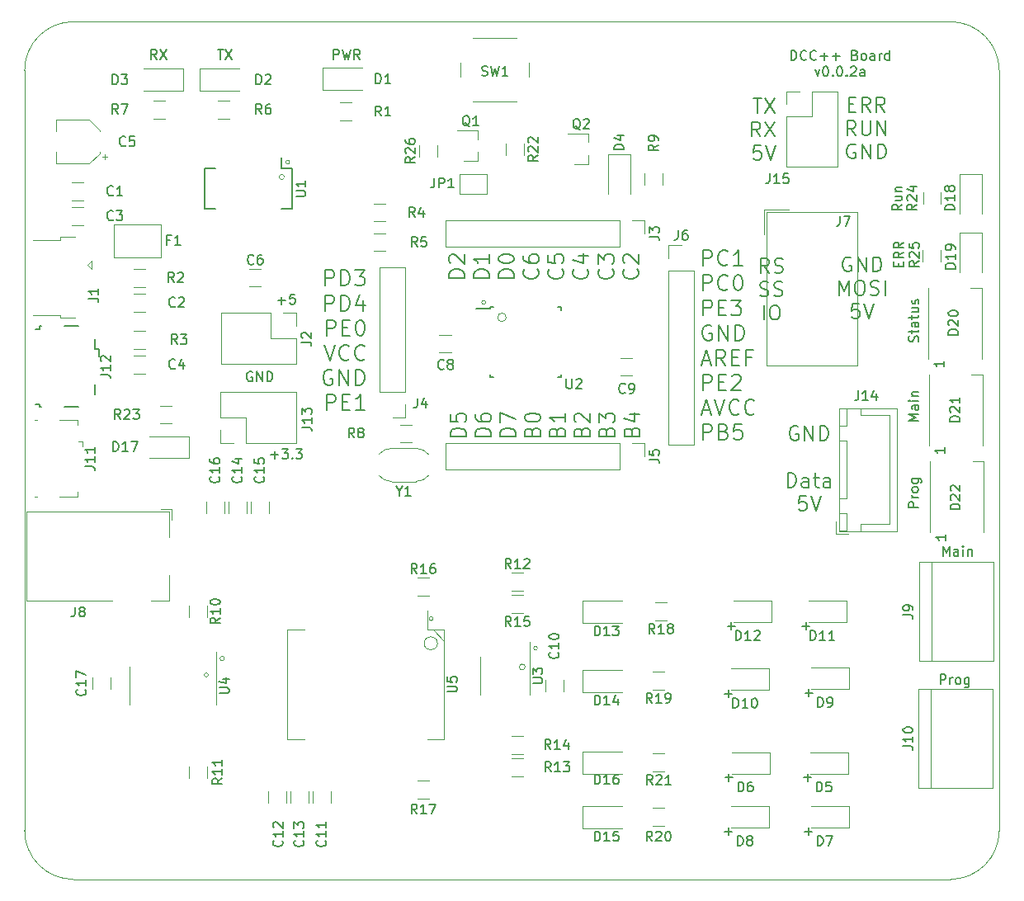
<source format=gbr>
G04 #@! TF.GenerationSoftware,KiCad,Pcbnew,5.1.6-c6e7f7d~86~ubuntu20.04.1*
G04 #@! TF.CreationDate,2020-05-21T14:16:40+02:00*
G04 #@! TF.ProjectId,ArduinoDCC++,41726475-696e-46f4-9443-432b2b2e6b69,v.0.0.2a*
G04 #@! TF.SameCoordinates,Original*
G04 #@! TF.FileFunction,Legend,Top*
G04 #@! TF.FilePolarity,Positive*
%FSLAX46Y46*%
G04 Gerber Fmt 4.6, Leading zero omitted, Abs format (unit mm)*
G04 Created by KiCad (PCBNEW 5.1.6-c6e7f7d~86~ubuntu20.04.1) date 2020-05-21 14:16:40*
%MOMM*%
%LPD*%
G01*
G04 APERTURE LIST*
%ADD10C,0.150000*%
G04 #@! TA.AperFunction,Profile*
%ADD11C,0.050000*%
G04 #@! TD*
%ADD12C,0.120000*%
G04 APERTURE END LIST*
D10*
X126375000Y-87778571D02*
X125875000Y-87064285D01*
X125517857Y-87778571D02*
X125517857Y-86278571D01*
X126089285Y-86278571D01*
X126232142Y-86350000D01*
X126303571Y-86421428D01*
X126375000Y-86564285D01*
X126375000Y-86778571D01*
X126303571Y-86921428D01*
X126232142Y-86992857D01*
X126089285Y-87064285D01*
X125517857Y-87064285D01*
X126946428Y-87707142D02*
X127160714Y-87778571D01*
X127517857Y-87778571D01*
X127660714Y-87707142D01*
X127732142Y-87635714D01*
X127803571Y-87492857D01*
X127803571Y-87350000D01*
X127732142Y-87207142D01*
X127660714Y-87135714D01*
X127517857Y-87064285D01*
X127232142Y-86992857D01*
X127089285Y-86921428D01*
X127017857Y-86850000D01*
X126946428Y-86707142D01*
X126946428Y-86564285D01*
X127017857Y-86421428D01*
X127089285Y-86350000D01*
X127232142Y-86278571D01*
X127589285Y-86278571D01*
X127803571Y-86350000D01*
X125482142Y-90107142D02*
X125696428Y-90178571D01*
X126053571Y-90178571D01*
X126196428Y-90107142D01*
X126267857Y-90035714D01*
X126339285Y-89892857D01*
X126339285Y-89750000D01*
X126267857Y-89607142D01*
X126196428Y-89535714D01*
X126053571Y-89464285D01*
X125767857Y-89392857D01*
X125625000Y-89321428D01*
X125553571Y-89250000D01*
X125482142Y-89107142D01*
X125482142Y-88964285D01*
X125553571Y-88821428D01*
X125625000Y-88750000D01*
X125767857Y-88678571D01*
X126125000Y-88678571D01*
X126339285Y-88750000D01*
X126910714Y-90107142D02*
X127125000Y-90178571D01*
X127482142Y-90178571D01*
X127625000Y-90107142D01*
X127696428Y-90035714D01*
X127767857Y-89892857D01*
X127767857Y-89750000D01*
X127696428Y-89607142D01*
X127625000Y-89535714D01*
X127482142Y-89464285D01*
X127196428Y-89392857D01*
X127053571Y-89321428D01*
X126982142Y-89250000D01*
X126910714Y-89107142D01*
X126910714Y-88964285D01*
X126982142Y-88821428D01*
X127053571Y-88750000D01*
X127196428Y-88678571D01*
X127553571Y-88678571D01*
X127767857Y-88750000D01*
X125839285Y-92578571D02*
X125839285Y-91078571D01*
X126839285Y-91078571D02*
X127125000Y-91078571D01*
X127267857Y-91150000D01*
X127410714Y-91292857D01*
X127482142Y-91578571D01*
X127482142Y-92078571D01*
X127410714Y-92364285D01*
X127267857Y-92507142D01*
X127125000Y-92578571D01*
X126839285Y-92578571D01*
X126696428Y-92507142D01*
X126553571Y-92364285D01*
X126482142Y-92078571D01*
X126482142Y-91578571D01*
X126553571Y-91292857D01*
X126696428Y-91150000D01*
X126839285Y-91078571D01*
X134782142Y-86225000D02*
X134639285Y-86153571D01*
X134425000Y-86153571D01*
X134210714Y-86225000D01*
X134067857Y-86367857D01*
X133996428Y-86510714D01*
X133925000Y-86796428D01*
X133925000Y-87010714D01*
X133996428Y-87296428D01*
X134067857Y-87439285D01*
X134210714Y-87582142D01*
X134425000Y-87653571D01*
X134567857Y-87653571D01*
X134782142Y-87582142D01*
X134853571Y-87510714D01*
X134853571Y-87010714D01*
X134567857Y-87010714D01*
X135496428Y-87653571D02*
X135496428Y-86153571D01*
X136353571Y-87653571D01*
X136353571Y-86153571D01*
X137067857Y-87653571D02*
X137067857Y-86153571D01*
X137425000Y-86153571D01*
X137639285Y-86225000D01*
X137782142Y-86367857D01*
X137853571Y-86510714D01*
X137925000Y-86796428D01*
X137925000Y-87010714D01*
X137853571Y-87296428D01*
X137782142Y-87439285D01*
X137639285Y-87582142D01*
X137425000Y-87653571D01*
X137067857Y-87653571D01*
X133567857Y-90053571D02*
X133567857Y-88553571D01*
X134067857Y-89625000D01*
X134567857Y-88553571D01*
X134567857Y-90053571D01*
X135567857Y-88553571D02*
X135853571Y-88553571D01*
X135996428Y-88625000D01*
X136139285Y-88767857D01*
X136210714Y-89053571D01*
X136210714Y-89553571D01*
X136139285Y-89839285D01*
X135996428Y-89982142D01*
X135853571Y-90053571D01*
X135567857Y-90053571D01*
X135425000Y-89982142D01*
X135282142Y-89839285D01*
X135210714Y-89553571D01*
X135210714Y-89053571D01*
X135282142Y-88767857D01*
X135425000Y-88625000D01*
X135567857Y-88553571D01*
X136782142Y-89982142D02*
X136996428Y-90053571D01*
X137353571Y-90053571D01*
X137496428Y-89982142D01*
X137567857Y-89910714D01*
X137639285Y-89767857D01*
X137639285Y-89625000D01*
X137567857Y-89482142D01*
X137496428Y-89410714D01*
X137353571Y-89339285D01*
X137067857Y-89267857D01*
X136925000Y-89196428D01*
X136853571Y-89125000D01*
X136782142Y-88982142D01*
X136782142Y-88839285D01*
X136853571Y-88696428D01*
X136925000Y-88625000D01*
X137067857Y-88553571D01*
X137425000Y-88553571D01*
X137639285Y-88625000D01*
X138282142Y-90053571D02*
X138282142Y-88553571D01*
X135639285Y-90953571D02*
X134925000Y-90953571D01*
X134853571Y-91667857D01*
X134925000Y-91596428D01*
X135067857Y-91525000D01*
X135425000Y-91525000D01*
X135567857Y-91596428D01*
X135639285Y-91667857D01*
X135710714Y-91810714D01*
X135710714Y-92167857D01*
X135639285Y-92310714D01*
X135567857Y-92382142D01*
X135425000Y-92453571D01*
X135067857Y-92453571D01*
X134925000Y-92382142D01*
X134853571Y-92310714D01*
X136139285Y-90953571D02*
X136639285Y-92453571D01*
X137139285Y-90953571D01*
X124773928Y-69878571D02*
X125631071Y-69878571D01*
X125202500Y-71378571D02*
X125202500Y-69878571D01*
X125988214Y-69878571D02*
X126988214Y-71378571D01*
X126988214Y-69878571D02*
X125988214Y-71378571D01*
X125488214Y-73778571D02*
X124988214Y-73064285D01*
X124631071Y-73778571D02*
X124631071Y-72278571D01*
X125202500Y-72278571D01*
X125345357Y-72350000D01*
X125416785Y-72421428D01*
X125488214Y-72564285D01*
X125488214Y-72778571D01*
X125416785Y-72921428D01*
X125345357Y-72992857D01*
X125202500Y-73064285D01*
X124631071Y-73064285D01*
X125988214Y-72278571D02*
X126988214Y-73778571D01*
X126988214Y-72278571D02*
X125988214Y-73778571D01*
X125559642Y-74678571D02*
X124845357Y-74678571D01*
X124773928Y-75392857D01*
X124845357Y-75321428D01*
X124988214Y-75250000D01*
X125345357Y-75250000D01*
X125488214Y-75321428D01*
X125559642Y-75392857D01*
X125631071Y-75535714D01*
X125631071Y-75892857D01*
X125559642Y-76035714D01*
X125488214Y-76107142D01*
X125345357Y-76178571D01*
X124988214Y-76178571D01*
X124845357Y-76107142D01*
X124773928Y-76035714D01*
X126059642Y-74678571D02*
X126559642Y-76178571D01*
X127059642Y-74678571D01*
X134553571Y-70467857D02*
X135053571Y-70467857D01*
X135267857Y-71253571D02*
X134553571Y-71253571D01*
X134553571Y-69753571D01*
X135267857Y-69753571D01*
X136767857Y-71253571D02*
X136267857Y-70539285D01*
X135910714Y-71253571D02*
X135910714Y-69753571D01*
X136482142Y-69753571D01*
X136625000Y-69825000D01*
X136696428Y-69896428D01*
X136767857Y-70039285D01*
X136767857Y-70253571D01*
X136696428Y-70396428D01*
X136625000Y-70467857D01*
X136482142Y-70539285D01*
X135910714Y-70539285D01*
X138267857Y-71253571D02*
X137767857Y-70539285D01*
X137410714Y-71253571D02*
X137410714Y-69753571D01*
X137982142Y-69753571D01*
X138125000Y-69825000D01*
X138196428Y-69896428D01*
X138267857Y-70039285D01*
X138267857Y-70253571D01*
X138196428Y-70396428D01*
X138125000Y-70467857D01*
X137982142Y-70539285D01*
X137410714Y-70539285D01*
X135267857Y-73653571D02*
X134767857Y-72939285D01*
X134410714Y-73653571D02*
X134410714Y-72153571D01*
X134982142Y-72153571D01*
X135125000Y-72225000D01*
X135196428Y-72296428D01*
X135267857Y-72439285D01*
X135267857Y-72653571D01*
X135196428Y-72796428D01*
X135125000Y-72867857D01*
X134982142Y-72939285D01*
X134410714Y-72939285D01*
X135910714Y-72153571D02*
X135910714Y-73367857D01*
X135982142Y-73510714D01*
X136053571Y-73582142D01*
X136196428Y-73653571D01*
X136482142Y-73653571D01*
X136625000Y-73582142D01*
X136696428Y-73510714D01*
X136767857Y-73367857D01*
X136767857Y-72153571D01*
X137482142Y-73653571D02*
X137482142Y-72153571D01*
X138339285Y-73653571D01*
X138339285Y-72153571D01*
X135232142Y-74625000D02*
X135089285Y-74553571D01*
X134875000Y-74553571D01*
X134660714Y-74625000D01*
X134517857Y-74767857D01*
X134446428Y-74910714D01*
X134375000Y-75196428D01*
X134375000Y-75410714D01*
X134446428Y-75696428D01*
X134517857Y-75839285D01*
X134660714Y-75982142D01*
X134875000Y-76053571D01*
X135017857Y-76053571D01*
X135232142Y-75982142D01*
X135303571Y-75910714D01*
X135303571Y-75410714D01*
X135017857Y-75410714D01*
X135946428Y-76053571D02*
X135946428Y-74553571D01*
X136803571Y-76053571D01*
X136803571Y-74553571D01*
X137517857Y-76053571D02*
X137517857Y-74553571D01*
X137875000Y-74553571D01*
X138089285Y-74625000D01*
X138232142Y-74767857D01*
X138303571Y-74910714D01*
X138375000Y-75196428D01*
X138375000Y-75410714D01*
X138303571Y-75696428D01*
X138232142Y-75839285D01*
X138089285Y-75982142D01*
X137875000Y-76053571D01*
X137517857Y-76053571D01*
X129332142Y-103550000D02*
X129189285Y-103478571D01*
X128975000Y-103478571D01*
X128760714Y-103550000D01*
X128617857Y-103692857D01*
X128546428Y-103835714D01*
X128475000Y-104121428D01*
X128475000Y-104335714D01*
X128546428Y-104621428D01*
X128617857Y-104764285D01*
X128760714Y-104907142D01*
X128975000Y-104978571D01*
X129117857Y-104978571D01*
X129332142Y-104907142D01*
X129403571Y-104835714D01*
X129403571Y-104335714D01*
X129117857Y-104335714D01*
X130046428Y-104978571D02*
X130046428Y-103478571D01*
X130903571Y-104978571D01*
X130903571Y-103478571D01*
X131617857Y-104978571D02*
X131617857Y-103478571D01*
X131975000Y-103478571D01*
X132189285Y-103550000D01*
X132332142Y-103692857D01*
X132403571Y-103835714D01*
X132475000Y-104121428D01*
X132475000Y-104335714D01*
X132403571Y-104621428D01*
X132332142Y-104764285D01*
X132189285Y-104907142D01*
X131975000Y-104978571D01*
X131617857Y-104978571D01*
X128296428Y-109778571D02*
X128296428Y-108278571D01*
X128653571Y-108278571D01*
X128867857Y-108350000D01*
X129010714Y-108492857D01*
X129082142Y-108635714D01*
X129153571Y-108921428D01*
X129153571Y-109135714D01*
X129082142Y-109421428D01*
X129010714Y-109564285D01*
X128867857Y-109707142D01*
X128653571Y-109778571D01*
X128296428Y-109778571D01*
X130439285Y-109778571D02*
X130439285Y-108992857D01*
X130367857Y-108850000D01*
X130225000Y-108778571D01*
X129939285Y-108778571D01*
X129796428Y-108850000D01*
X130439285Y-109707142D02*
X130296428Y-109778571D01*
X129939285Y-109778571D01*
X129796428Y-109707142D01*
X129725000Y-109564285D01*
X129725000Y-109421428D01*
X129796428Y-109278571D01*
X129939285Y-109207142D01*
X130296428Y-109207142D01*
X130439285Y-109135714D01*
X130939285Y-108778571D02*
X131510714Y-108778571D01*
X131153571Y-108278571D02*
X131153571Y-109564285D01*
X131225000Y-109707142D01*
X131367857Y-109778571D01*
X131510714Y-109778571D01*
X132653571Y-109778571D02*
X132653571Y-108992857D01*
X132582142Y-108850000D01*
X132439285Y-108778571D01*
X132153571Y-108778571D01*
X132010714Y-108850000D01*
X132653571Y-109707142D02*
X132510714Y-109778571D01*
X132153571Y-109778571D01*
X132010714Y-109707142D01*
X131939285Y-109564285D01*
X131939285Y-109421428D01*
X132010714Y-109278571D01*
X132153571Y-109207142D01*
X132510714Y-109207142D01*
X132653571Y-109135714D01*
X130189285Y-110678571D02*
X129475000Y-110678571D01*
X129403571Y-111392857D01*
X129475000Y-111321428D01*
X129617857Y-111250000D01*
X129975000Y-111250000D01*
X130117857Y-111321428D01*
X130189285Y-111392857D01*
X130260714Y-111535714D01*
X130260714Y-111892857D01*
X130189285Y-112035714D01*
X130117857Y-112107142D01*
X129975000Y-112178571D01*
X129617857Y-112178571D01*
X129475000Y-112107142D01*
X129403571Y-112035714D01*
X130689285Y-110678571D02*
X131189285Y-112178571D01*
X131689285Y-110678571D01*
X141702380Y-111851190D02*
X140702380Y-111851190D01*
X140702380Y-111470238D01*
X140750000Y-111375000D01*
X140797619Y-111327380D01*
X140892857Y-111279761D01*
X141035714Y-111279761D01*
X141130952Y-111327380D01*
X141178571Y-111375000D01*
X141226190Y-111470238D01*
X141226190Y-111851190D01*
X141702380Y-110851190D02*
X141035714Y-110851190D01*
X141226190Y-110851190D02*
X141130952Y-110803571D01*
X141083333Y-110755952D01*
X141035714Y-110660714D01*
X141035714Y-110565476D01*
X141702380Y-110089285D02*
X141654761Y-110184523D01*
X141607142Y-110232142D01*
X141511904Y-110279761D01*
X141226190Y-110279761D01*
X141130952Y-110232142D01*
X141083333Y-110184523D01*
X141035714Y-110089285D01*
X141035714Y-109946428D01*
X141083333Y-109851190D01*
X141130952Y-109803571D01*
X141226190Y-109755952D01*
X141511904Y-109755952D01*
X141607142Y-109803571D01*
X141654761Y-109851190D01*
X141702380Y-109946428D01*
X141702380Y-110089285D01*
X141035714Y-108898809D02*
X141845238Y-108898809D01*
X141940476Y-108946428D01*
X141988095Y-108994047D01*
X142035714Y-109089285D01*
X142035714Y-109232142D01*
X141988095Y-109327380D01*
X141654761Y-108898809D02*
X141702380Y-108994047D01*
X141702380Y-109184523D01*
X141654761Y-109279761D01*
X141607142Y-109327380D01*
X141511904Y-109375000D01*
X141226190Y-109375000D01*
X141130952Y-109327380D01*
X141083333Y-109279761D01*
X141035714Y-109184523D01*
X141035714Y-108994047D01*
X141083333Y-108898809D01*
X141727380Y-102926190D02*
X140727380Y-102926190D01*
X141441666Y-102592857D01*
X140727380Y-102259523D01*
X141727380Y-102259523D01*
X141727380Y-101354761D02*
X141203571Y-101354761D01*
X141108333Y-101402380D01*
X141060714Y-101497619D01*
X141060714Y-101688095D01*
X141108333Y-101783333D01*
X141679761Y-101354761D02*
X141727380Y-101450000D01*
X141727380Y-101688095D01*
X141679761Y-101783333D01*
X141584523Y-101830952D01*
X141489285Y-101830952D01*
X141394047Y-101783333D01*
X141346428Y-101688095D01*
X141346428Y-101450000D01*
X141298809Y-101354761D01*
X141727380Y-100878571D02*
X141060714Y-100878571D01*
X140727380Y-100878571D02*
X140775000Y-100926190D01*
X140822619Y-100878571D01*
X140775000Y-100830952D01*
X140727380Y-100878571D01*
X140822619Y-100878571D01*
X141060714Y-100402380D02*
X141727380Y-100402380D01*
X141155952Y-100402380D02*
X141108333Y-100354761D01*
X141060714Y-100259523D01*
X141060714Y-100116666D01*
X141108333Y-100021428D01*
X141203571Y-99973809D01*
X141727380Y-99973809D01*
X141679761Y-94841666D02*
X141727380Y-94698809D01*
X141727380Y-94460714D01*
X141679761Y-94365476D01*
X141632142Y-94317857D01*
X141536904Y-94270238D01*
X141441666Y-94270238D01*
X141346428Y-94317857D01*
X141298809Y-94365476D01*
X141251190Y-94460714D01*
X141203571Y-94651190D01*
X141155952Y-94746428D01*
X141108333Y-94794047D01*
X141013095Y-94841666D01*
X140917857Y-94841666D01*
X140822619Y-94794047D01*
X140775000Y-94746428D01*
X140727380Y-94651190D01*
X140727380Y-94413095D01*
X140775000Y-94270238D01*
X141060714Y-93984523D02*
X141060714Y-93603571D01*
X140727380Y-93841666D02*
X141584523Y-93841666D01*
X141679761Y-93794047D01*
X141727380Y-93698809D01*
X141727380Y-93603571D01*
X141727380Y-92841666D02*
X141203571Y-92841666D01*
X141108333Y-92889285D01*
X141060714Y-92984523D01*
X141060714Y-93175000D01*
X141108333Y-93270238D01*
X141679761Y-92841666D02*
X141727380Y-92936904D01*
X141727380Y-93175000D01*
X141679761Y-93270238D01*
X141584523Y-93317857D01*
X141489285Y-93317857D01*
X141394047Y-93270238D01*
X141346428Y-93175000D01*
X141346428Y-92936904D01*
X141298809Y-92841666D01*
X141060714Y-92508333D02*
X141060714Y-92127380D01*
X140727380Y-92365476D02*
X141584523Y-92365476D01*
X141679761Y-92317857D01*
X141727380Y-92222619D01*
X141727380Y-92127380D01*
X141060714Y-91365476D02*
X141727380Y-91365476D01*
X141060714Y-91794047D02*
X141584523Y-91794047D01*
X141679761Y-91746428D01*
X141727380Y-91651190D01*
X141727380Y-91508333D01*
X141679761Y-91413095D01*
X141632142Y-91365476D01*
X141679761Y-90936904D02*
X141727380Y-90841666D01*
X141727380Y-90651190D01*
X141679761Y-90555952D01*
X141584523Y-90508333D01*
X141536904Y-90508333D01*
X141441666Y-90555952D01*
X141394047Y-90651190D01*
X141394047Y-90794047D01*
X141346428Y-90889285D01*
X141251190Y-90936904D01*
X141203571Y-90936904D01*
X141108333Y-90889285D01*
X141060714Y-90794047D01*
X141060714Y-90651190D01*
X141108333Y-90555952D01*
X139653571Y-87114285D02*
X139653571Y-86780952D01*
X140177380Y-86638095D02*
X140177380Y-87114285D01*
X139177380Y-87114285D01*
X139177380Y-86638095D01*
X140177380Y-85638095D02*
X139701190Y-85971428D01*
X140177380Y-86209523D02*
X139177380Y-86209523D01*
X139177380Y-85828571D01*
X139225000Y-85733333D01*
X139272619Y-85685714D01*
X139367857Y-85638095D01*
X139510714Y-85638095D01*
X139605952Y-85685714D01*
X139653571Y-85733333D01*
X139701190Y-85828571D01*
X139701190Y-86209523D01*
X140177380Y-84638095D02*
X139701190Y-84971428D01*
X140177380Y-85209523D02*
X139177380Y-85209523D01*
X139177380Y-84828571D01*
X139225000Y-84733333D01*
X139272619Y-84685714D01*
X139367857Y-84638095D01*
X139510714Y-84638095D01*
X139605952Y-84685714D01*
X139653571Y-84733333D01*
X139701190Y-84828571D01*
X139701190Y-85209523D01*
X140027380Y-80745238D02*
X139551190Y-81078571D01*
X140027380Y-81316666D02*
X139027380Y-81316666D01*
X139027380Y-80935714D01*
X139075000Y-80840476D01*
X139122619Y-80792857D01*
X139217857Y-80745238D01*
X139360714Y-80745238D01*
X139455952Y-80792857D01*
X139503571Y-80840476D01*
X139551190Y-80935714D01*
X139551190Y-81316666D01*
X139360714Y-79888095D02*
X140027380Y-79888095D01*
X139360714Y-80316666D02*
X139884523Y-80316666D01*
X139979761Y-80269047D01*
X140027380Y-80173809D01*
X140027380Y-80030952D01*
X139979761Y-79935714D01*
X139932142Y-79888095D01*
X139360714Y-79411904D02*
X140027380Y-79411904D01*
X139455952Y-79411904D02*
X139408333Y-79364285D01*
X139360714Y-79269047D01*
X139360714Y-79126190D01*
X139408333Y-79030952D01*
X139503571Y-78983333D01*
X140027380Y-78983333D01*
X75265595Y-106451428D02*
X76027500Y-106451428D01*
X75646547Y-106832380D02*
X75646547Y-106070476D01*
X76408452Y-105832380D02*
X77027500Y-105832380D01*
X76694166Y-106213333D01*
X76837023Y-106213333D01*
X76932261Y-106260952D01*
X76979880Y-106308571D01*
X77027500Y-106403809D01*
X77027500Y-106641904D01*
X76979880Y-106737142D01*
X76932261Y-106784761D01*
X76837023Y-106832380D01*
X76551309Y-106832380D01*
X76456071Y-106784761D01*
X76408452Y-106737142D01*
X77456071Y-106737142D02*
X77503690Y-106784761D01*
X77456071Y-106832380D01*
X77408452Y-106784761D01*
X77456071Y-106737142D01*
X77456071Y-106832380D01*
X77837023Y-105832380D02*
X78456071Y-105832380D01*
X78122738Y-106213333D01*
X78265595Y-106213333D01*
X78360833Y-106260952D01*
X78408452Y-106308571D01*
X78456071Y-106403809D01*
X78456071Y-106641904D01*
X78408452Y-106737142D01*
X78360833Y-106784761D01*
X78265595Y-106832380D01*
X77979880Y-106832380D01*
X77884642Y-106784761D01*
X77837023Y-106737142D01*
X75995595Y-90591428D02*
X76757500Y-90591428D01*
X76376547Y-90972380D02*
X76376547Y-90210476D01*
X77709880Y-89972380D02*
X77233690Y-89972380D01*
X77186071Y-90448571D01*
X77233690Y-90400952D01*
X77328928Y-90353333D01*
X77567023Y-90353333D01*
X77662261Y-90400952D01*
X77709880Y-90448571D01*
X77757500Y-90543809D01*
X77757500Y-90781904D01*
X77709880Y-90877142D01*
X77662261Y-90924761D01*
X77567023Y-90972380D01*
X77328928Y-90972380D01*
X77233690Y-90924761D01*
X77186071Y-90877142D01*
X95273809Y-104596547D02*
X93673809Y-104596547D01*
X93673809Y-104215595D01*
X93750000Y-103987023D01*
X93902380Y-103834642D01*
X94054761Y-103758452D01*
X94359523Y-103682261D01*
X94588095Y-103682261D01*
X94892857Y-103758452D01*
X95045238Y-103834642D01*
X95197619Y-103987023D01*
X95273809Y-104215595D01*
X95273809Y-104596547D01*
X93673809Y-102234642D02*
X93673809Y-102996547D01*
X94435714Y-103072738D01*
X94359523Y-102996547D01*
X94283333Y-102844166D01*
X94283333Y-102463214D01*
X94359523Y-102310833D01*
X94435714Y-102234642D01*
X94588095Y-102158452D01*
X94969047Y-102158452D01*
X95121428Y-102234642D01*
X95197619Y-102310833D01*
X95273809Y-102463214D01*
X95273809Y-102844166D01*
X95197619Y-102996547D01*
X95121428Y-103072738D01*
X97823809Y-104596547D02*
X96223809Y-104596547D01*
X96223809Y-104215595D01*
X96300000Y-103987023D01*
X96452380Y-103834642D01*
X96604761Y-103758452D01*
X96909523Y-103682261D01*
X97138095Y-103682261D01*
X97442857Y-103758452D01*
X97595238Y-103834642D01*
X97747619Y-103987023D01*
X97823809Y-104215595D01*
X97823809Y-104596547D01*
X96223809Y-102310833D02*
X96223809Y-102615595D01*
X96300000Y-102767976D01*
X96376190Y-102844166D01*
X96604761Y-102996547D01*
X96909523Y-103072738D01*
X97519047Y-103072738D01*
X97671428Y-102996547D01*
X97747619Y-102920357D01*
X97823809Y-102767976D01*
X97823809Y-102463214D01*
X97747619Y-102310833D01*
X97671428Y-102234642D01*
X97519047Y-102158452D01*
X97138095Y-102158452D01*
X96985714Y-102234642D01*
X96909523Y-102310833D01*
X96833333Y-102463214D01*
X96833333Y-102767976D01*
X96909523Y-102920357D01*
X96985714Y-102996547D01*
X97138095Y-103072738D01*
X100373809Y-104596547D02*
X98773809Y-104596547D01*
X98773809Y-104215595D01*
X98850000Y-103987023D01*
X99002380Y-103834642D01*
X99154761Y-103758452D01*
X99459523Y-103682261D01*
X99688095Y-103682261D01*
X99992857Y-103758452D01*
X100145238Y-103834642D01*
X100297619Y-103987023D01*
X100373809Y-104215595D01*
X100373809Y-104596547D01*
X98773809Y-103148928D02*
X98773809Y-102082261D01*
X100373809Y-102767976D01*
X102085714Y-104063214D02*
X102161904Y-103834642D01*
X102238095Y-103758452D01*
X102390476Y-103682261D01*
X102619047Y-103682261D01*
X102771428Y-103758452D01*
X102847619Y-103834642D01*
X102923809Y-103987023D01*
X102923809Y-104596547D01*
X101323809Y-104596547D01*
X101323809Y-104063214D01*
X101400000Y-103910833D01*
X101476190Y-103834642D01*
X101628571Y-103758452D01*
X101780952Y-103758452D01*
X101933333Y-103834642D01*
X102009523Y-103910833D01*
X102085714Y-104063214D01*
X102085714Y-104596547D01*
X101323809Y-102691785D02*
X101323809Y-102539404D01*
X101400000Y-102387023D01*
X101476190Y-102310833D01*
X101628571Y-102234642D01*
X101933333Y-102158452D01*
X102314285Y-102158452D01*
X102619047Y-102234642D01*
X102771428Y-102310833D01*
X102847619Y-102387023D01*
X102923809Y-102539404D01*
X102923809Y-102691785D01*
X102847619Y-102844166D01*
X102771428Y-102920357D01*
X102619047Y-102996547D01*
X102314285Y-103072738D01*
X101933333Y-103072738D01*
X101628571Y-102996547D01*
X101476190Y-102920357D01*
X101400000Y-102844166D01*
X101323809Y-102691785D01*
X104635714Y-104063214D02*
X104711904Y-103834642D01*
X104788095Y-103758452D01*
X104940476Y-103682261D01*
X105169047Y-103682261D01*
X105321428Y-103758452D01*
X105397619Y-103834642D01*
X105473809Y-103987023D01*
X105473809Y-104596547D01*
X103873809Y-104596547D01*
X103873809Y-104063214D01*
X103950000Y-103910833D01*
X104026190Y-103834642D01*
X104178571Y-103758452D01*
X104330952Y-103758452D01*
X104483333Y-103834642D01*
X104559523Y-103910833D01*
X104635714Y-104063214D01*
X104635714Y-104596547D01*
X105473809Y-102158452D02*
X105473809Y-103072738D01*
X105473809Y-102615595D02*
X103873809Y-102615595D01*
X104102380Y-102767976D01*
X104254761Y-102920357D01*
X104330952Y-103072738D01*
X107185714Y-104063214D02*
X107261904Y-103834642D01*
X107338095Y-103758452D01*
X107490476Y-103682261D01*
X107719047Y-103682261D01*
X107871428Y-103758452D01*
X107947619Y-103834642D01*
X108023809Y-103987023D01*
X108023809Y-104596547D01*
X106423809Y-104596547D01*
X106423809Y-104063214D01*
X106500000Y-103910833D01*
X106576190Y-103834642D01*
X106728571Y-103758452D01*
X106880952Y-103758452D01*
X107033333Y-103834642D01*
X107109523Y-103910833D01*
X107185714Y-104063214D01*
X107185714Y-104596547D01*
X106576190Y-103072738D02*
X106500000Y-102996547D01*
X106423809Y-102844166D01*
X106423809Y-102463214D01*
X106500000Y-102310833D01*
X106576190Y-102234642D01*
X106728571Y-102158452D01*
X106880952Y-102158452D01*
X107109523Y-102234642D01*
X108023809Y-103148928D01*
X108023809Y-102158452D01*
X109735714Y-104063214D02*
X109811904Y-103834642D01*
X109888095Y-103758452D01*
X110040476Y-103682261D01*
X110269047Y-103682261D01*
X110421428Y-103758452D01*
X110497619Y-103834642D01*
X110573809Y-103987023D01*
X110573809Y-104596547D01*
X108973809Y-104596547D01*
X108973809Y-104063214D01*
X109050000Y-103910833D01*
X109126190Y-103834642D01*
X109278571Y-103758452D01*
X109430952Y-103758452D01*
X109583333Y-103834642D01*
X109659523Y-103910833D01*
X109735714Y-104063214D01*
X109735714Y-104596547D01*
X108973809Y-103148928D02*
X108973809Y-102158452D01*
X109583333Y-102691785D01*
X109583333Y-102463214D01*
X109659523Y-102310833D01*
X109735714Y-102234642D01*
X109888095Y-102158452D01*
X110269047Y-102158452D01*
X110421428Y-102234642D01*
X110497619Y-102310833D01*
X110573809Y-102463214D01*
X110573809Y-102920357D01*
X110497619Y-103072738D01*
X110421428Y-103148928D01*
X112285714Y-104063214D02*
X112361904Y-103834642D01*
X112438095Y-103758452D01*
X112590476Y-103682261D01*
X112819047Y-103682261D01*
X112971428Y-103758452D01*
X113047619Y-103834642D01*
X113123809Y-103987023D01*
X113123809Y-104596547D01*
X111523809Y-104596547D01*
X111523809Y-104063214D01*
X111600000Y-103910833D01*
X111676190Y-103834642D01*
X111828571Y-103758452D01*
X111980952Y-103758452D01*
X112133333Y-103834642D01*
X112209523Y-103910833D01*
X112285714Y-104063214D01*
X112285714Y-104596547D01*
X112057142Y-102310833D02*
X113123809Y-102310833D01*
X111447619Y-102691785D02*
X112590476Y-103072738D01*
X112590476Y-102082261D01*
X95123809Y-88315357D02*
X93523809Y-88315357D01*
X93523809Y-87934404D01*
X93600000Y-87705833D01*
X93752380Y-87553452D01*
X93904761Y-87477261D01*
X94209523Y-87401071D01*
X94438095Y-87401071D01*
X94742857Y-87477261D01*
X94895238Y-87553452D01*
X95047619Y-87705833D01*
X95123809Y-87934404D01*
X95123809Y-88315357D01*
X93676190Y-86791547D02*
X93600000Y-86715357D01*
X93523809Y-86562976D01*
X93523809Y-86182023D01*
X93600000Y-86029642D01*
X93676190Y-85953452D01*
X93828571Y-85877261D01*
X93980952Y-85877261D01*
X94209523Y-85953452D01*
X95123809Y-86867738D01*
X95123809Y-85877261D01*
X97673809Y-88315357D02*
X96073809Y-88315357D01*
X96073809Y-87934404D01*
X96150000Y-87705833D01*
X96302380Y-87553452D01*
X96454761Y-87477261D01*
X96759523Y-87401071D01*
X96988095Y-87401071D01*
X97292857Y-87477261D01*
X97445238Y-87553452D01*
X97597619Y-87705833D01*
X97673809Y-87934404D01*
X97673809Y-88315357D01*
X97673809Y-85877261D02*
X97673809Y-86791547D01*
X97673809Y-86334404D02*
X96073809Y-86334404D01*
X96302380Y-86486785D01*
X96454761Y-86639166D01*
X96530952Y-86791547D01*
X100223809Y-88315357D02*
X98623809Y-88315357D01*
X98623809Y-87934404D01*
X98700000Y-87705833D01*
X98852380Y-87553452D01*
X99004761Y-87477261D01*
X99309523Y-87401071D01*
X99538095Y-87401071D01*
X99842857Y-87477261D01*
X99995238Y-87553452D01*
X100147619Y-87705833D01*
X100223809Y-87934404D01*
X100223809Y-88315357D01*
X98623809Y-86410595D02*
X98623809Y-86258214D01*
X98700000Y-86105833D01*
X98776190Y-86029642D01*
X98928571Y-85953452D01*
X99233333Y-85877261D01*
X99614285Y-85877261D01*
X99919047Y-85953452D01*
X100071428Y-86029642D01*
X100147619Y-86105833D01*
X100223809Y-86258214D01*
X100223809Y-86410595D01*
X100147619Y-86562976D01*
X100071428Y-86639166D01*
X99919047Y-86715357D01*
X99614285Y-86791547D01*
X99233333Y-86791547D01*
X98928571Y-86715357D01*
X98776190Y-86639166D01*
X98700000Y-86562976D01*
X98623809Y-86410595D01*
X102621428Y-87401071D02*
X102697619Y-87477261D01*
X102773809Y-87705833D01*
X102773809Y-87858214D01*
X102697619Y-88086785D01*
X102545238Y-88239166D01*
X102392857Y-88315357D01*
X102088095Y-88391547D01*
X101859523Y-88391547D01*
X101554761Y-88315357D01*
X101402380Y-88239166D01*
X101250000Y-88086785D01*
X101173809Y-87858214D01*
X101173809Y-87705833D01*
X101250000Y-87477261D01*
X101326190Y-87401071D01*
X101173809Y-86029642D02*
X101173809Y-86334404D01*
X101250000Y-86486785D01*
X101326190Y-86562976D01*
X101554761Y-86715357D01*
X101859523Y-86791547D01*
X102469047Y-86791547D01*
X102621428Y-86715357D01*
X102697619Y-86639166D01*
X102773809Y-86486785D01*
X102773809Y-86182023D01*
X102697619Y-86029642D01*
X102621428Y-85953452D01*
X102469047Y-85877261D01*
X102088095Y-85877261D01*
X101935714Y-85953452D01*
X101859523Y-86029642D01*
X101783333Y-86182023D01*
X101783333Y-86486785D01*
X101859523Y-86639166D01*
X101935714Y-86715357D01*
X102088095Y-86791547D01*
X105171428Y-87401071D02*
X105247619Y-87477261D01*
X105323809Y-87705833D01*
X105323809Y-87858214D01*
X105247619Y-88086785D01*
X105095238Y-88239166D01*
X104942857Y-88315357D01*
X104638095Y-88391547D01*
X104409523Y-88391547D01*
X104104761Y-88315357D01*
X103952380Y-88239166D01*
X103800000Y-88086785D01*
X103723809Y-87858214D01*
X103723809Y-87705833D01*
X103800000Y-87477261D01*
X103876190Y-87401071D01*
X103723809Y-85953452D02*
X103723809Y-86715357D01*
X104485714Y-86791547D01*
X104409523Y-86715357D01*
X104333333Y-86562976D01*
X104333333Y-86182023D01*
X104409523Y-86029642D01*
X104485714Y-85953452D01*
X104638095Y-85877261D01*
X105019047Y-85877261D01*
X105171428Y-85953452D01*
X105247619Y-86029642D01*
X105323809Y-86182023D01*
X105323809Y-86562976D01*
X105247619Y-86715357D01*
X105171428Y-86791547D01*
X107721428Y-87401071D02*
X107797619Y-87477261D01*
X107873809Y-87705833D01*
X107873809Y-87858214D01*
X107797619Y-88086785D01*
X107645238Y-88239166D01*
X107492857Y-88315357D01*
X107188095Y-88391547D01*
X106959523Y-88391547D01*
X106654761Y-88315357D01*
X106502380Y-88239166D01*
X106350000Y-88086785D01*
X106273809Y-87858214D01*
X106273809Y-87705833D01*
X106350000Y-87477261D01*
X106426190Y-87401071D01*
X106807142Y-86029642D02*
X107873809Y-86029642D01*
X106197619Y-86410595D02*
X107340476Y-86791547D01*
X107340476Y-85801071D01*
X110271428Y-87401071D02*
X110347619Y-87477261D01*
X110423809Y-87705833D01*
X110423809Y-87858214D01*
X110347619Y-88086785D01*
X110195238Y-88239166D01*
X110042857Y-88315357D01*
X109738095Y-88391547D01*
X109509523Y-88391547D01*
X109204761Y-88315357D01*
X109052380Y-88239166D01*
X108900000Y-88086785D01*
X108823809Y-87858214D01*
X108823809Y-87705833D01*
X108900000Y-87477261D01*
X108976190Y-87401071D01*
X108823809Y-86867738D02*
X108823809Y-85877261D01*
X109433333Y-86410595D01*
X109433333Y-86182023D01*
X109509523Y-86029642D01*
X109585714Y-85953452D01*
X109738095Y-85877261D01*
X110119047Y-85877261D01*
X110271428Y-85953452D01*
X110347619Y-86029642D01*
X110423809Y-86182023D01*
X110423809Y-86639166D01*
X110347619Y-86791547D01*
X110271428Y-86867738D01*
X112821428Y-87401071D02*
X112897619Y-87477261D01*
X112973809Y-87705833D01*
X112973809Y-87858214D01*
X112897619Y-88086785D01*
X112745238Y-88239166D01*
X112592857Y-88315357D01*
X112288095Y-88391547D01*
X112059523Y-88391547D01*
X111754761Y-88315357D01*
X111602380Y-88239166D01*
X111450000Y-88086785D01*
X111373809Y-87858214D01*
X111373809Y-87705833D01*
X111450000Y-87477261D01*
X111526190Y-87401071D01*
X111526190Y-86791547D02*
X111450000Y-86715357D01*
X111373809Y-86562976D01*
X111373809Y-86182023D01*
X111450000Y-86029642D01*
X111526190Y-85953452D01*
X111678571Y-85877261D01*
X111830952Y-85877261D01*
X112059523Y-85953452D01*
X112973809Y-86867738D01*
X112973809Y-85877261D01*
X119628452Y-87048809D02*
X119628452Y-85448809D01*
X120237976Y-85448809D01*
X120390357Y-85525000D01*
X120466547Y-85601190D01*
X120542738Y-85753571D01*
X120542738Y-85982142D01*
X120466547Y-86134523D01*
X120390357Y-86210714D01*
X120237976Y-86286904D01*
X119628452Y-86286904D01*
X122142738Y-86896428D02*
X122066547Y-86972619D01*
X121837976Y-87048809D01*
X121685595Y-87048809D01*
X121457023Y-86972619D01*
X121304642Y-86820238D01*
X121228452Y-86667857D01*
X121152261Y-86363095D01*
X121152261Y-86134523D01*
X121228452Y-85829761D01*
X121304642Y-85677380D01*
X121457023Y-85525000D01*
X121685595Y-85448809D01*
X121837976Y-85448809D01*
X122066547Y-85525000D01*
X122142738Y-85601190D01*
X123666547Y-87048809D02*
X122752261Y-87048809D01*
X123209404Y-87048809D02*
X123209404Y-85448809D01*
X123057023Y-85677380D01*
X122904642Y-85829761D01*
X122752261Y-85905952D01*
X119628452Y-89598809D02*
X119628452Y-87998809D01*
X120237976Y-87998809D01*
X120390357Y-88075000D01*
X120466547Y-88151190D01*
X120542738Y-88303571D01*
X120542738Y-88532142D01*
X120466547Y-88684523D01*
X120390357Y-88760714D01*
X120237976Y-88836904D01*
X119628452Y-88836904D01*
X122142738Y-89446428D02*
X122066547Y-89522619D01*
X121837976Y-89598809D01*
X121685595Y-89598809D01*
X121457023Y-89522619D01*
X121304642Y-89370238D01*
X121228452Y-89217857D01*
X121152261Y-88913095D01*
X121152261Y-88684523D01*
X121228452Y-88379761D01*
X121304642Y-88227380D01*
X121457023Y-88075000D01*
X121685595Y-87998809D01*
X121837976Y-87998809D01*
X122066547Y-88075000D01*
X122142738Y-88151190D01*
X123133214Y-87998809D02*
X123285595Y-87998809D01*
X123437976Y-88075000D01*
X123514166Y-88151190D01*
X123590357Y-88303571D01*
X123666547Y-88608333D01*
X123666547Y-88989285D01*
X123590357Y-89294047D01*
X123514166Y-89446428D01*
X123437976Y-89522619D01*
X123285595Y-89598809D01*
X123133214Y-89598809D01*
X122980833Y-89522619D01*
X122904642Y-89446428D01*
X122828452Y-89294047D01*
X122752261Y-88989285D01*
X122752261Y-88608333D01*
X122828452Y-88303571D01*
X122904642Y-88151190D01*
X122980833Y-88075000D01*
X123133214Y-87998809D01*
X119628452Y-92148809D02*
X119628452Y-90548809D01*
X120237976Y-90548809D01*
X120390357Y-90625000D01*
X120466547Y-90701190D01*
X120542738Y-90853571D01*
X120542738Y-91082142D01*
X120466547Y-91234523D01*
X120390357Y-91310714D01*
X120237976Y-91386904D01*
X119628452Y-91386904D01*
X121228452Y-91310714D02*
X121761785Y-91310714D01*
X121990357Y-92148809D02*
X121228452Y-92148809D01*
X121228452Y-90548809D01*
X121990357Y-90548809D01*
X122523690Y-90548809D02*
X123514166Y-90548809D01*
X122980833Y-91158333D01*
X123209404Y-91158333D01*
X123361785Y-91234523D01*
X123437976Y-91310714D01*
X123514166Y-91463095D01*
X123514166Y-91844047D01*
X123437976Y-91996428D01*
X123361785Y-92072619D01*
X123209404Y-92148809D01*
X122752261Y-92148809D01*
X122599880Y-92072619D01*
X122523690Y-91996428D01*
X120466547Y-93175000D02*
X120314166Y-93098809D01*
X120085595Y-93098809D01*
X119857023Y-93175000D01*
X119704642Y-93327380D01*
X119628452Y-93479761D01*
X119552261Y-93784523D01*
X119552261Y-94013095D01*
X119628452Y-94317857D01*
X119704642Y-94470238D01*
X119857023Y-94622619D01*
X120085595Y-94698809D01*
X120237976Y-94698809D01*
X120466547Y-94622619D01*
X120542738Y-94546428D01*
X120542738Y-94013095D01*
X120237976Y-94013095D01*
X121228452Y-94698809D02*
X121228452Y-93098809D01*
X122142738Y-94698809D01*
X122142738Y-93098809D01*
X122904642Y-94698809D02*
X122904642Y-93098809D01*
X123285595Y-93098809D01*
X123514166Y-93175000D01*
X123666547Y-93327380D01*
X123742738Y-93479761D01*
X123818928Y-93784523D01*
X123818928Y-94013095D01*
X123742738Y-94317857D01*
X123666547Y-94470238D01*
X123514166Y-94622619D01*
X123285595Y-94698809D01*
X122904642Y-94698809D01*
X119552261Y-96791666D02*
X120314166Y-96791666D01*
X119399880Y-97248809D02*
X119933214Y-95648809D01*
X120466547Y-97248809D01*
X121914166Y-97248809D02*
X121380833Y-96486904D01*
X120999880Y-97248809D02*
X120999880Y-95648809D01*
X121609404Y-95648809D01*
X121761785Y-95725000D01*
X121837976Y-95801190D01*
X121914166Y-95953571D01*
X121914166Y-96182142D01*
X121837976Y-96334523D01*
X121761785Y-96410714D01*
X121609404Y-96486904D01*
X120999880Y-96486904D01*
X122599880Y-96410714D02*
X123133214Y-96410714D01*
X123361785Y-97248809D02*
X122599880Y-97248809D01*
X122599880Y-95648809D01*
X123361785Y-95648809D01*
X124580833Y-96410714D02*
X124047500Y-96410714D01*
X124047500Y-97248809D02*
X124047500Y-95648809D01*
X124809404Y-95648809D01*
X119628452Y-99798809D02*
X119628452Y-98198809D01*
X120237976Y-98198809D01*
X120390357Y-98275000D01*
X120466547Y-98351190D01*
X120542738Y-98503571D01*
X120542738Y-98732142D01*
X120466547Y-98884523D01*
X120390357Y-98960714D01*
X120237976Y-99036904D01*
X119628452Y-99036904D01*
X121228452Y-98960714D02*
X121761785Y-98960714D01*
X121990357Y-99798809D02*
X121228452Y-99798809D01*
X121228452Y-98198809D01*
X121990357Y-98198809D01*
X122599880Y-98351190D02*
X122676071Y-98275000D01*
X122828452Y-98198809D01*
X123209404Y-98198809D01*
X123361785Y-98275000D01*
X123437976Y-98351190D01*
X123514166Y-98503571D01*
X123514166Y-98655952D01*
X123437976Y-98884523D01*
X122523690Y-99798809D01*
X123514166Y-99798809D01*
X119552261Y-101891666D02*
X120314166Y-101891666D01*
X119399880Y-102348809D02*
X119933214Y-100748809D01*
X120466547Y-102348809D01*
X120771309Y-100748809D02*
X121304642Y-102348809D01*
X121837976Y-100748809D01*
X123285595Y-102196428D02*
X123209404Y-102272619D01*
X122980833Y-102348809D01*
X122828452Y-102348809D01*
X122599880Y-102272619D01*
X122447500Y-102120238D01*
X122371309Y-101967857D01*
X122295119Y-101663095D01*
X122295119Y-101434523D01*
X122371309Y-101129761D01*
X122447500Y-100977380D01*
X122599880Y-100825000D01*
X122828452Y-100748809D01*
X122980833Y-100748809D01*
X123209404Y-100825000D01*
X123285595Y-100901190D01*
X124885595Y-102196428D02*
X124809404Y-102272619D01*
X124580833Y-102348809D01*
X124428452Y-102348809D01*
X124199880Y-102272619D01*
X124047500Y-102120238D01*
X123971309Y-101967857D01*
X123895119Y-101663095D01*
X123895119Y-101434523D01*
X123971309Y-101129761D01*
X124047500Y-100977380D01*
X124199880Y-100825000D01*
X124428452Y-100748809D01*
X124580833Y-100748809D01*
X124809404Y-100825000D01*
X124885595Y-100901190D01*
X119628452Y-104898809D02*
X119628452Y-103298809D01*
X120237976Y-103298809D01*
X120390357Y-103375000D01*
X120466547Y-103451190D01*
X120542738Y-103603571D01*
X120542738Y-103832142D01*
X120466547Y-103984523D01*
X120390357Y-104060714D01*
X120237976Y-104136904D01*
X119628452Y-104136904D01*
X121761785Y-104060714D02*
X121990357Y-104136904D01*
X122066547Y-104213095D01*
X122142738Y-104365476D01*
X122142738Y-104594047D01*
X122066547Y-104746428D01*
X121990357Y-104822619D01*
X121837976Y-104898809D01*
X121228452Y-104898809D01*
X121228452Y-103298809D01*
X121761785Y-103298809D01*
X121914166Y-103375000D01*
X121990357Y-103451190D01*
X122066547Y-103603571D01*
X122066547Y-103755952D01*
X121990357Y-103908333D01*
X121914166Y-103984523D01*
X121761785Y-104060714D01*
X121228452Y-104060714D01*
X123590357Y-103298809D02*
X122828452Y-103298809D01*
X122752261Y-104060714D01*
X122828452Y-103984523D01*
X122980833Y-103908333D01*
X123361785Y-103908333D01*
X123514166Y-103984523D01*
X123590357Y-104060714D01*
X123666547Y-104213095D01*
X123666547Y-104594047D01*
X123590357Y-104746428D01*
X123514166Y-104822619D01*
X123361785Y-104898809D01*
X122980833Y-104898809D01*
X122828452Y-104822619D01*
X122752261Y-104746428D01*
X80859642Y-89098809D02*
X80859642Y-87498809D01*
X81469166Y-87498809D01*
X81621547Y-87575000D01*
X81697738Y-87651190D01*
X81773928Y-87803571D01*
X81773928Y-88032142D01*
X81697738Y-88184523D01*
X81621547Y-88260714D01*
X81469166Y-88336904D01*
X80859642Y-88336904D01*
X82459642Y-89098809D02*
X82459642Y-87498809D01*
X82840595Y-87498809D01*
X83069166Y-87575000D01*
X83221547Y-87727380D01*
X83297738Y-87879761D01*
X83373928Y-88184523D01*
X83373928Y-88413095D01*
X83297738Y-88717857D01*
X83221547Y-88870238D01*
X83069166Y-89022619D01*
X82840595Y-89098809D01*
X82459642Y-89098809D01*
X83907261Y-87498809D02*
X84897738Y-87498809D01*
X84364404Y-88108333D01*
X84592976Y-88108333D01*
X84745357Y-88184523D01*
X84821547Y-88260714D01*
X84897738Y-88413095D01*
X84897738Y-88794047D01*
X84821547Y-88946428D01*
X84745357Y-89022619D01*
X84592976Y-89098809D01*
X84135833Y-89098809D01*
X83983452Y-89022619D01*
X83907261Y-88946428D01*
X80859642Y-91648809D02*
X80859642Y-90048809D01*
X81469166Y-90048809D01*
X81621547Y-90125000D01*
X81697738Y-90201190D01*
X81773928Y-90353571D01*
X81773928Y-90582142D01*
X81697738Y-90734523D01*
X81621547Y-90810714D01*
X81469166Y-90886904D01*
X80859642Y-90886904D01*
X82459642Y-91648809D02*
X82459642Y-90048809D01*
X82840595Y-90048809D01*
X83069166Y-90125000D01*
X83221547Y-90277380D01*
X83297738Y-90429761D01*
X83373928Y-90734523D01*
X83373928Y-90963095D01*
X83297738Y-91267857D01*
X83221547Y-91420238D01*
X83069166Y-91572619D01*
X82840595Y-91648809D01*
X82459642Y-91648809D01*
X84745357Y-90582142D02*
X84745357Y-91648809D01*
X84364404Y-89972619D02*
X83983452Y-91115476D01*
X84973928Y-91115476D01*
X81012023Y-94198809D02*
X81012023Y-92598809D01*
X81621547Y-92598809D01*
X81773928Y-92675000D01*
X81850119Y-92751190D01*
X81926309Y-92903571D01*
X81926309Y-93132142D01*
X81850119Y-93284523D01*
X81773928Y-93360714D01*
X81621547Y-93436904D01*
X81012023Y-93436904D01*
X82612023Y-93360714D02*
X83145357Y-93360714D01*
X83373928Y-94198809D02*
X82612023Y-94198809D01*
X82612023Y-92598809D01*
X83373928Y-92598809D01*
X84364404Y-92598809D02*
X84516785Y-92598809D01*
X84669166Y-92675000D01*
X84745357Y-92751190D01*
X84821547Y-92903571D01*
X84897738Y-93208333D01*
X84897738Y-93589285D01*
X84821547Y-93894047D01*
X84745357Y-94046428D01*
X84669166Y-94122619D01*
X84516785Y-94198809D01*
X84364404Y-94198809D01*
X84212023Y-94122619D01*
X84135833Y-94046428D01*
X84059642Y-93894047D01*
X83983452Y-93589285D01*
X83983452Y-93208333D01*
X84059642Y-92903571D01*
X84135833Y-92751190D01*
X84212023Y-92675000D01*
X84364404Y-92598809D01*
X80783452Y-95148809D02*
X81316785Y-96748809D01*
X81850119Y-95148809D01*
X83297738Y-96596428D02*
X83221547Y-96672619D01*
X82992976Y-96748809D01*
X82840595Y-96748809D01*
X82612023Y-96672619D01*
X82459642Y-96520238D01*
X82383452Y-96367857D01*
X82307261Y-96063095D01*
X82307261Y-95834523D01*
X82383452Y-95529761D01*
X82459642Y-95377380D01*
X82612023Y-95225000D01*
X82840595Y-95148809D01*
X82992976Y-95148809D01*
X83221547Y-95225000D01*
X83297738Y-95301190D01*
X84897738Y-96596428D02*
X84821547Y-96672619D01*
X84592976Y-96748809D01*
X84440595Y-96748809D01*
X84212023Y-96672619D01*
X84059642Y-96520238D01*
X83983452Y-96367857D01*
X83907261Y-96063095D01*
X83907261Y-95834523D01*
X83983452Y-95529761D01*
X84059642Y-95377380D01*
X84212023Y-95225000D01*
X84440595Y-95148809D01*
X84592976Y-95148809D01*
X84821547Y-95225000D01*
X84897738Y-95301190D01*
X81545357Y-97775000D02*
X81392976Y-97698809D01*
X81164404Y-97698809D01*
X80935833Y-97775000D01*
X80783452Y-97927380D01*
X80707261Y-98079761D01*
X80631071Y-98384523D01*
X80631071Y-98613095D01*
X80707261Y-98917857D01*
X80783452Y-99070238D01*
X80935833Y-99222619D01*
X81164404Y-99298809D01*
X81316785Y-99298809D01*
X81545357Y-99222619D01*
X81621547Y-99146428D01*
X81621547Y-98613095D01*
X81316785Y-98613095D01*
X82307261Y-99298809D02*
X82307261Y-97698809D01*
X83221547Y-99298809D01*
X83221547Y-97698809D01*
X83983452Y-99298809D02*
X83983452Y-97698809D01*
X84364404Y-97698809D01*
X84592976Y-97775000D01*
X84745357Y-97927380D01*
X84821547Y-98079761D01*
X84897738Y-98384523D01*
X84897738Y-98613095D01*
X84821547Y-98917857D01*
X84745357Y-99070238D01*
X84592976Y-99222619D01*
X84364404Y-99298809D01*
X83983452Y-99298809D01*
X81012023Y-101848809D02*
X81012023Y-100248809D01*
X81621547Y-100248809D01*
X81773928Y-100325000D01*
X81850119Y-100401190D01*
X81926309Y-100553571D01*
X81926309Y-100782142D01*
X81850119Y-100934523D01*
X81773928Y-101010714D01*
X81621547Y-101086904D01*
X81012023Y-101086904D01*
X82612023Y-101010714D02*
X83145357Y-101010714D01*
X83373928Y-101848809D02*
X82612023Y-101848809D01*
X82612023Y-100248809D01*
X83373928Y-100248809D01*
X84897738Y-101848809D02*
X83983452Y-101848809D01*
X84440595Y-101848809D02*
X84440595Y-100248809D01*
X84288214Y-100477380D01*
X84135833Y-100629761D01*
X83983452Y-100705952D01*
X73339404Y-97950000D02*
X73244166Y-97902380D01*
X73101309Y-97902380D01*
X72958452Y-97950000D01*
X72863214Y-98045238D01*
X72815595Y-98140476D01*
X72767976Y-98330952D01*
X72767976Y-98473809D01*
X72815595Y-98664285D01*
X72863214Y-98759523D01*
X72958452Y-98854761D01*
X73101309Y-98902380D01*
X73196547Y-98902380D01*
X73339404Y-98854761D01*
X73387023Y-98807142D01*
X73387023Y-98473809D01*
X73196547Y-98473809D01*
X73815595Y-98902380D02*
X73815595Y-97902380D01*
X74387023Y-98902380D01*
X74387023Y-97902380D01*
X74863214Y-98902380D02*
X74863214Y-97902380D01*
X75101309Y-97902380D01*
X75244166Y-97950000D01*
X75339404Y-98045238D01*
X75387023Y-98140476D01*
X75434642Y-98330952D01*
X75434642Y-98473809D01*
X75387023Y-98664285D01*
X75339404Y-98759523D01*
X75244166Y-98854761D01*
X75101309Y-98902380D01*
X74863214Y-98902380D01*
X128645380Y-65934380D02*
X128645380Y-64934380D01*
X128883476Y-64934380D01*
X129026333Y-64982000D01*
X129121571Y-65077238D01*
X129169190Y-65172476D01*
X129216809Y-65362952D01*
X129216809Y-65505809D01*
X129169190Y-65696285D01*
X129121571Y-65791523D01*
X129026333Y-65886761D01*
X128883476Y-65934380D01*
X128645380Y-65934380D01*
X130216809Y-65839142D02*
X130169190Y-65886761D01*
X130026333Y-65934380D01*
X129931095Y-65934380D01*
X129788238Y-65886761D01*
X129693000Y-65791523D01*
X129645380Y-65696285D01*
X129597761Y-65505809D01*
X129597761Y-65362952D01*
X129645380Y-65172476D01*
X129693000Y-65077238D01*
X129788238Y-64982000D01*
X129931095Y-64934380D01*
X130026333Y-64934380D01*
X130169190Y-64982000D01*
X130216809Y-65029619D01*
X131216809Y-65839142D02*
X131169190Y-65886761D01*
X131026333Y-65934380D01*
X130931095Y-65934380D01*
X130788238Y-65886761D01*
X130693000Y-65791523D01*
X130645380Y-65696285D01*
X130597761Y-65505809D01*
X130597761Y-65362952D01*
X130645380Y-65172476D01*
X130693000Y-65077238D01*
X130788238Y-64982000D01*
X130931095Y-64934380D01*
X131026333Y-64934380D01*
X131169190Y-64982000D01*
X131216809Y-65029619D01*
X131645380Y-65553428D02*
X132407285Y-65553428D01*
X132026333Y-65934380D02*
X132026333Y-65172476D01*
X132883476Y-65553428D02*
X133645380Y-65553428D01*
X133264428Y-65934380D02*
X133264428Y-65172476D01*
X135216809Y-65410571D02*
X135359666Y-65458190D01*
X135407285Y-65505809D01*
X135454904Y-65601047D01*
X135454904Y-65743904D01*
X135407285Y-65839142D01*
X135359666Y-65886761D01*
X135264428Y-65934380D01*
X134883476Y-65934380D01*
X134883476Y-64934380D01*
X135216809Y-64934380D01*
X135312047Y-64982000D01*
X135359666Y-65029619D01*
X135407285Y-65124857D01*
X135407285Y-65220095D01*
X135359666Y-65315333D01*
X135312047Y-65362952D01*
X135216809Y-65410571D01*
X134883476Y-65410571D01*
X136026333Y-65934380D02*
X135931095Y-65886761D01*
X135883476Y-65839142D01*
X135835857Y-65743904D01*
X135835857Y-65458190D01*
X135883476Y-65362952D01*
X135931095Y-65315333D01*
X136026333Y-65267714D01*
X136169190Y-65267714D01*
X136264428Y-65315333D01*
X136312047Y-65362952D01*
X136359666Y-65458190D01*
X136359666Y-65743904D01*
X136312047Y-65839142D01*
X136264428Y-65886761D01*
X136169190Y-65934380D01*
X136026333Y-65934380D01*
X137216809Y-65934380D02*
X137216809Y-65410571D01*
X137169190Y-65315333D01*
X137073952Y-65267714D01*
X136883476Y-65267714D01*
X136788238Y-65315333D01*
X137216809Y-65886761D02*
X137121571Y-65934380D01*
X136883476Y-65934380D01*
X136788238Y-65886761D01*
X136740619Y-65791523D01*
X136740619Y-65696285D01*
X136788238Y-65601047D01*
X136883476Y-65553428D01*
X137121571Y-65553428D01*
X137216809Y-65505809D01*
X137693000Y-65934380D02*
X137693000Y-65267714D01*
X137693000Y-65458190D02*
X137740619Y-65362952D01*
X137788238Y-65315333D01*
X137883476Y-65267714D01*
X137978714Y-65267714D01*
X138740619Y-65934380D02*
X138740619Y-64934380D01*
X138740619Y-65886761D02*
X138645380Y-65934380D01*
X138454904Y-65934380D01*
X138359666Y-65886761D01*
X138312047Y-65839142D01*
X138264428Y-65743904D01*
X138264428Y-65458190D01*
X138312047Y-65362952D01*
X138359666Y-65315333D01*
X138454904Y-65267714D01*
X138645380Y-65267714D01*
X138740619Y-65315333D01*
X131097761Y-66917714D02*
X131335857Y-67584380D01*
X131573952Y-66917714D01*
X132145380Y-66584380D02*
X132240619Y-66584380D01*
X132335857Y-66632000D01*
X132383476Y-66679619D01*
X132431095Y-66774857D01*
X132478714Y-66965333D01*
X132478714Y-67203428D01*
X132431095Y-67393904D01*
X132383476Y-67489142D01*
X132335857Y-67536761D01*
X132240619Y-67584380D01*
X132145380Y-67584380D01*
X132050142Y-67536761D01*
X132002523Y-67489142D01*
X131954904Y-67393904D01*
X131907285Y-67203428D01*
X131907285Y-66965333D01*
X131954904Y-66774857D01*
X132002523Y-66679619D01*
X132050142Y-66632000D01*
X132145380Y-66584380D01*
X132907285Y-67489142D02*
X132954904Y-67536761D01*
X132907285Y-67584380D01*
X132859666Y-67536761D01*
X132907285Y-67489142D01*
X132907285Y-67584380D01*
X133573952Y-66584380D02*
X133669190Y-66584380D01*
X133764428Y-66632000D01*
X133812047Y-66679619D01*
X133859666Y-66774857D01*
X133907285Y-66965333D01*
X133907285Y-67203428D01*
X133859666Y-67393904D01*
X133812047Y-67489142D01*
X133764428Y-67536761D01*
X133669190Y-67584380D01*
X133573952Y-67584380D01*
X133478714Y-67536761D01*
X133431095Y-67489142D01*
X133383476Y-67393904D01*
X133335857Y-67203428D01*
X133335857Y-66965333D01*
X133383476Y-66774857D01*
X133431095Y-66679619D01*
X133478714Y-66632000D01*
X133573952Y-66584380D01*
X134335857Y-67489142D02*
X134383476Y-67536761D01*
X134335857Y-67584380D01*
X134288238Y-67536761D01*
X134335857Y-67489142D01*
X134335857Y-67584380D01*
X134764428Y-66679619D02*
X134812047Y-66632000D01*
X134907285Y-66584380D01*
X135145380Y-66584380D01*
X135240619Y-66632000D01*
X135288238Y-66679619D01*
X135335857Y-66774857D01*
X135335857Y-66870095D01*
X135288238Y-67012952D01*
X134716809Y-67584380D01*
X135335857Y-67584380D01*
X136193000Y-67584380D02*
X136193000Y-67060571D01*
X136145380Y-66965333D01*
X136050142Y-66917714D01*
X135859666Y-66917714D01*
X135764428Y-66965333D01*
X136193000Y-67536761D02*
X136097761Y-67584380D01*
X135859666Y-67584380D01*
X135764428Y-67536761D01*
X135716809Y-67441523D01*
X135716809Y-67346285D01*
X135764428Y-67251047D01*
X135859666Y-67203428D01*
X136097761Y-67203428D01*
X136193000Y-67155809D01*
X143951609Y-129979980D02*
X143951609Y-128979980D01*
X144332561Y-128979980D01*
X144427800Y-129027600D01*
X144475419Y-129075219D01*
X144523038Y-129170457D01*
X144523038Y-129313314D01*
X144475419Y-129408552D01*
X144427800Y-129456171D01*
X144332561Y-129503790D01*
X143951609Y-129503790D01*
X144951609Y-129979980D02*
X144951609Y-129313314D01*
X144951609Y-129503790D02*
X144999228Y-129408552D01*
X145046847Y-129360933D01*
X145142085Y-129313314D01*
X145237323Y-129313314D01*
X145713514Y-129979980D02*
X145618276Y-129932361D01*
X145570657Y-129884742D01*
X145523038Y-129789504D01*
X145523038Y-129503790D01*
X145570657Y-129408552D01*
X145618276Y-129360933D01*
X145713514Y-129313314D01*
X145856371Y-129313314D01*
X145951609Y-129360933D01*
X145999228Y-129408552D01*
X146046847Y-129503790D01*
X146046847Y-129789504D01*
X145999228Y-129884742D01*
X145951609Y-129932361D01*
X145856371Y-129979980D01*
X145713514Y-129979980D01*
X146903990Y-129313314D02*
X146903990Y-130122838D01*
X146856371Y-130218076D01*
X146808752Y-130265695D01*
X146713514Y-130313314D01*
X146570657Y-130313314D01*
X146475419Y-130265695D01*
X146903990Y-129932361D02*
X146808752Y-129979980D01*
X146618276Y-129979980D01*
X146523038Y-129932361D01*
X146475419Y-129884742D01*
X146427800Y-129789504D01*
X146427800Y-129503790D01*
X146475419Y-129408552D01*
X146523038Y-129360933D01*
X146618276Y-129313314D01*
X146808752Y-129313314D01*
X146903990Y-129360933D01*
X144231009Y-116797380D02*
X144231009Y-115797380D01*
X144564342Y-116511666D01*
X144897676Y-115797380D01*
X144897676Y-116797380D01*
X145802438Y-116797380D02*
X145802438Y-116273571D01*
X145754819Y-116178333D01*
X145659580Y-116130714D01*
X145469104Y-116130714D01*
X145373866Y-116178333D01*
X145802438Y-116749761D02*
X145707200Y-116797380D01*
X145469104Y-116797380D01*
X145373866Y-116749761D01*
X145326247Y-116654523D01*
X145326247Y-116559285D01*
X145373866Y-116464047D01*
X145469104Y-116416428D01*
X145707200Y-116416428D01*
X145802438Y-116368809D01*
X146278628Y-116797380D02*
X146278628Y-116130714D01*
X146278628Y-115797380D02*
X146231009Y-115845000D01*
X146278628Y-115892619D01*
X146326247Y-115845000D01*
X146278628Y-115797380D01*
X146278628Y-115892619D01*
X146754819Y-116130714D02*
X146754819Y-116797380D01*
X146754819Y-116225952D02*
X146802438Y-116178333D01*
X146897676Y-116130714D01*
X147040533Y-116130714D01*
X147135771Y-116178333D01*
X147183390Y-116273571D01*
X147183390Y-116797380D01*
X81686666Y-65870380D02*
X81686666Y-64870380D01*
X82067619Y-64870380D01*
X82162857Y-64918000D01*
X82210476Y-64965619D01*
X82258095Y-65060857D01*
X82258095Y-65203714D01*
X82210476Y-65298952D01*
X82162857Y-65346571D01*
X82067619Y-65394190D01*
X81686666Y-65394190D01*
X82591428Y-64870380D02*
X82829523Y-65870380D01*
X83020000Y-65156095D01*
X83210476Y-65870380D01*
X83448571Y-64870380D01*
X84400952Y-65870380D02*
X84067619Y-65394190D01*
X83829523Y-65870380D02*
X83829523Y-64870380D01*
X84210476Y-64870380D01*
X84305714Y-64918000D01*
X84353333Y-64965619D01*
X84400952Y-65060857D01*
X84400952Y-65203714D01*
X84353333Y-65298952D01*
X84305714Y-65346571D01*
X84210476Y-65394190D01*
X83829523Y-65394190D01*
X69812095Y-64870380D02*
X70383523Y-64870380D01*
X70097809Y-65870380D02*
X70097809Y-64870380D01*
X70621619Y-64870380D02*
X71288285Y-65870380D01*
X71288285Y-64870380D02*
X70621619Y-65870380D01*
X63549333Y-65870380D02*
X63216000Y-65394190D01*
X62977904Y-65870380D02*
X62977904Y-64870380D01*
X63358857Y-64870380D01*
X63454095Y-64918000D01*
X63501714Y-64965619D01*
X63549333Y-65060857D01*
X63549333Y-65203714D01*
X63501714Y-65298952D01*
X63454095Y-65346571D01*
X63358857Y-65394190D01*
X62977904Y-65394190D01*
X63882666Y-64870380D02*
X64549333Y-65870380D01*
X64549333Y-64870380D02*
X63882666Y-65870380D01*
D11*
X55000000Y-150000000D02*
X145000000Y-150000000D01*
X50000000Y-67000000D02*
X50000000Y-145000000D01*
X145000000Y-62000000D02*
X55000000Y-62000000D01*
X150000000Y-145000000D02*
X150000000Y-67000000D01*
X150000000Y-145000000D02*
G75*
G02*
X145000000Y-150000000I-5000000J0D01*
G01*
X145000000Y-62000000D02*
G75*
G02*
X150000000Y-67000000I0J-5000000D01*
G01*
X50000000Y-67000000D02*
G75*
G02*
X55000000Y-62000000I5000000J0D01*
G01*
X55000000Y-150000000D02*
G75*
G02*
X50000000Y-145000000I0J5000000D01*
G01*
D12*
X94650000Y-79650000D02*
X94650000Y-77650000D01*
X97450000Y-79650000D02*
X94650000Y-79650000D01*
X97450000Y-77650000D02*
X97450000Y-79650000D01*
X94650000Y-77650000D02*
X97450000Y-77650000D01*
X92335000Y-75852064D02*
X92335000Y-74647936D01*
X90515000Y-75852064D02*
X90515000Y-74647936D01*
X128170000Y-76885000D02*
X133370000Y-76885000D01*
X128170000Y-71745000D02*
X128170000Y-76885000D01*
X133370000Y-69145000D02*
X133370000Y-76885000D01*
X128170000Y-71745000D02*
X130770000Y-71745000D01*
X130770000Y-71745000D02*
X130770000Y-69145000D01*
X130770000Y-69145000D02*
X133370000Y-69145000D01*
X128170000Y-70475000D02*
X128170000Y-69145000D01*
X128170000Y-69145000D02*
X129500000Y-69145000D01*
X135445000Y-81525000D02*
X135445000Y-97305000D01*
X135445000Y-97305000D02*
X126095000Y-97305000D01*
X126095000Y-97305000D02*
X126095000Y-81525000D01*
X126095000Y-81525000D02*
X135445000Y-81525000D01*
X125845000Y-81275000D02*
X125845000Y-83815000D01*
X125845000Y-81275000D02*
X128385000Y-81275000D01*
X143985000Y-85397936D02*
X143985000Y-86602064D01*
X142165000Y-85397936D02*
X142165000Y-86602064D01*
X144010000Y-79472936D02*
X144010000Y-80677064D01*
X142190000Y-79472936D02*
X142190000Y-80677064D01*
X133540000Y-114260000D02*
X139510000Y-114260000D01*
X139510000Y-114260000D02*
X139510000Y-101640000D01*
X139510000Y-101640000D02*
X133540000Y-101640000D01*
X133540000Y-101640000D02*
X133540000Y-114260000D01*
X133550000Y-110950000D02*
X134300000Y-110950000D01*
X134300000Y-110950000D02*
X134300000Y-104950000D01*
X134300000Y-104950000D02*
X133550000Y-104950000D01*
X133550000Y-104950000D02*
X133550000Y-110950000D01*
X133550000Y-114250000D02*
X134300000Y-114250000D01*
X134300000Y-114250000D02*
X134300000Y-112450000D01*
X134300000Y-112450000D02*
X133550000Y-112450000D01*
X133550000Y-112450000D02*
X133550000Y-114250000D01*
X133550000Y-103450000D02*
X134300000Y-103450000D01*
X134300000Y-103450000D02*
X134300000Y-101650000D01*
X134300000Y-101650000D02*
X133550000Y-101650000D01*
X133550000Y-101650000D02*
X133550000Y-103450000D01*
X135800000Y-114250000D02*
X135800000Y-113500000D01*
X135800000Y-113500000D02*
X138750000Y-113500000D01*
X138750000Y-113500000D02*
X138750000Y-107950000D01*
X135800000Y-101650000D02*
X135800000Y-102400000D01*
X135800000Y-102400000D02*
X138750000Y-102400000D01*
X138750000Y-102400000D02*
X138750000Y-107950000D01*
X133250000Y-113300000D02*
X133250000Y-114550000D01*
X133250000Y-114550000D02*
X134500000Y-114550000D01*
X142925000Y-114400000D02*
X142925000Y-107100000D01*
X148425000Y-114400000D02*
X148425000Y-107100000D01*
X148425000Y-107100000D02*
X147275000Y-107100000D01*
X142775000Y-105475000D02*
X142775000Y-98175000D01*
X148275000Y-105475000D02*
X148275000Y-98175000D01*
X148275000Y-98175000D02*
X147125000Y-98175000D01*
X142700000Y-96600000D02*
X142700000Y-89300000D01*
X148200000Y-96600000D02*
X148200000Y-89300000D01*
X148200000Y-89300000D02*
X147050000Y-89300000D01*
X148215000Y-87670000D02*
X148215000Y-83610000D01*
X148215000Y-83610000D02*
X145945000Y-83610000D01*
X145945000Y-83610000D02*
X145945000Y-87670000D01*
X148210000Y-81725000D02*
X148210000Y-77665000D01*
X148210000Y-77665000D02*
X145940000Y-77665000D01*
X145940000Y-77665000D02*
X145940000Y-81725000D01*
X65067064Y-101410000D02*
X63862936Y-101410000D01*
X65067064Y-103230000D02*
X63862936Y-103230000D01*
X66880000Y-104525000D02*
X62820000Y-104525000D01*
X66880000Y-106795000D02*
X66880000Y-104525000D01*
X62820000Y-106795000D02*
X66880000Y-106795000D01*
X82352936Y-72130000D02*
X83557064Y-72130000D01*
X82352936Y-70310000D02*
X83557064Y-70310000D01*
X70120000Y-105200000D02*
X70120000Y-103870000D01*
X71450000Y-105200000D02*
X70120000Y-105200000D01*
X70120000Y-102600000D02*
X70120000Y-100000000D01*
X72720000Y-102600000D02*
X70120000Y-102600000D01*
X72720000Y-105200000D02*
X72720000Y-102600000D01*
X70120000Y-100000000D02*
X77860000Y-100000000D01*
X72720000Y-105200000D02*
X77860000Y-105200000D01*
X77860000Y-105200000D02*
X77860000Y-100000000D01*
X80540000Y-69015000D02*
X84600000Y-69015000D01*
X80540000Y-66745000D02*
X80540000Y-69015000D01*
X84600000Y-66745000D02*
X80540000Y-66745000D01*
D10*
X57240000Y-99200000D02*
X57240000Y-100200000D01*
X57240000Y-95600000D02*
X57240000Y-94600000D01*
X57665000Y-95600000D02*
X57240000Y-95600000D01*
X57665000Y-96325000D02*
X57665000Y-95600000D01*
X54090000Y-101550000D02*
X55490000Y-101550000D01*
X51540000Y-101550000D02*
X51690000Y-101550000D01*
X51540000Y-101250000D02*
X51540000Y-101550000D01*
X51090000Y-101250000D02*
X51540000Y-101250000D01*
X51540000Y-93550000D02*
X51090000Y-93550000D01*
X51540000Y-93250000D02*
X51540000Y-93550000D01*
X51690000Y-93250000D02*
X51540000Y-93250000D01*
X55490000Y-93250000D02*
X54090000Y-93250000D01*
D12*
X55942500Y-105100000D02*
X55492500Y-105100000D01*
X55942500Y-105100000D02*
X55942500Y-105550000D01*
X55392500Y-110700000D02*
X55392500Y-110250000D01*
X53542500Y-110700000D02*
X55392500Y-110700000D01*
X50992500Y-102900000D02*
X51242500Y-102900000D01*
X50992500Y-110700000D02*
X51242500Y-110700000D01*
X53542500Y-102900000D02*
X55392500Y-102900000D01*
X55392500Y-102900000D02*
X55392500Y-103350000D01*
X134500000Y-139146000D02*
X130600000Y-139146000D01*
X134500000Y-136946000D02*
X130600000Y-136946000D01*
X134500000Y-139146000D02*
X134500000Y-136946000D01*
X126675000Y-123620000D02*
X122775000Y-123620000D01*
X126675000Y-121420000D02*
X122775000Y-121420000D01*
X126675000Y-123620000D02*
X126675000Y-121420000D01*
X134350000Y-123625000D02*
X130450000Y-123625000D01*
X134350000Y-121425000D02*
X130450000Y-121425000D01*
X134350000Y-123625000D02*
X134350000Y-121425000D01*
X126400000Y-130550000D02*
X122500000Y-130550000D01*
X126400000Y-128350000D02*
X122500000Y-128350000D01*
X126400000Y-130550000D02*
X126400000Y-128350000D01*
X134625000Y-130475000D02*
X130725000Y-130475000D01*
X134625000Y-128275000D02*
X130725000Y-128275000D01*
X134625000Y-130475000D02*
X134625000Y-128275000D01*
X126400000Y-144700000D02*
X122500000Y-144700000D01*
X126400000Y-142500000D02*
X122500000Y-142500000D01*
X126400000Y-144700000D02*
X126400000Y-142500000D01*
X134600000Y-144700000D02*
X130700000Y-144700000D01*
X134600000Y-142500000D02*
X130700000Y-142500000D01*
X134600000Y-144700000D02*
X134600000Y-142500000D01*
X126450000Y-139150000D02*
X122550000Y-139150000D01*
X126450000Y-136950000D02*
X122550000Y-136950000D01*
X126450000Y-139150000D02*
X126450000Y-136950000D01*
X99390000Y-75689564D02*
X99390000Y-74485436D01*
X101210000Y-75689564D02*
X101210000Y-74485436D01*
X107860000Y-76605000D02*
X107860000Y-75675000D01*
X107860000Y-73445000D02*
X107860000Y-74375000D01*
X107860000Y-73445000D02*
X105700000Y-73445000D01*
X107860000Y-76605000D02*
X106400000Y-76605000D01*
X96535000Y-76280000D02*
X96535000Y-75350000D01*
X96535000Y-73120000D02*
X96535000Y-74050000D01*
X96535000Y-73120000D02*
X94375000Y-73120000D01*
X96535000Y-76280000D02*
X95075000Y-76280000D01*
X86994064Y-85543000D02*
X85789936Y-85543000D01*
X86994064Y-83723000D02*
X85789936Y-83723000D01*
X116060000Y-105370000D02*
X118720000Y-105370000D01*
X116060000Y-87530000D02*
X116060000Y-105370000D01*
X118720000Y-87530000D02*
X118720000Y-105370000D01*
X116060000Y-87530000D02*
X118720000Y-87530000D01*
X116060000Y-86260000D02*
X116060000Y-84930000D01*
X116060000Y-84930000D02*
X117390000Y-84930000D01*
X93200000Y-105250000D02*
X93200000Y-107910000D01*
X111040000Y-105250000D02*
X93200000Y-105250000D01*
X111040000Y-107910000D02*
X93200000Y-107910000D01*
X111040000Y-105250000D02*
X111040000Y-107910000D01*
X112310000Y-105250000D02*
X113640000Y-105250000D01*
X113640000Y-105250000D02*
X113640000Y-106580000D01*
X89078200Y-87216000D02*
X86418200Y-87216000D01*
X89078200Y-99976000D02*
X89078200Y-87216000D01*
X86418200Y-99976000D02*
X86418200Y-87216000D01*
X89078200Y-99976000D02*
X86418200Y-99976000D01*
X89078200Y-101246000D02*
X89078200Y-102576000D01*
X89078200Y-102576000D02*
X87748200Y-102576000D01*
X93200000Y-82390000D02*
X93200000Y-85050000D01*
X111040000Y-82390000D02*
X93200000Y-82390000D01*
X111040000Y-85050000D02*
X93200000Y-85050000D01*
X111040000Y-82390000D02*
X111040000Y-85050000D01*
X112310000Y-82390000D02*
X113640000Y-82390000D01*
X113640000Y-82390000D02*
X113640000Y-83720000D01*
X101354000Y-128209600D02*
G75*
G03*
X101354000Y-128209600I-300000J0D01*
G01*
X102625600Y-126279200D02*
G75*
G03*
X102625600Y-126279200I-200000J0D01*
G01*
X101836000Y-129124000D02*
X101836000Y-125674000D01*
X101836000Y-129124000D02*
X101836000Y-131074000D01*
X96716000Y-129124000D02*
X96716000Y-127174000D01*
X96716000Y-129124000D02*
X96716000Y-131074000D01*
X68843600Y-129022400D02*
G75*
G03*
X68843600Y-129022400I-200000J0D01*
G01*
X70496385Y-127346000D02*
G75*
G03*
X70496385Y-127346000I-227185J0D01*
G01*
X69675000Y-130140000D02*
X69675000Y-126690000D01*
X69675000Y-130140000D02*
X69675000Y-132090000D01*
X60805000Y-130140000D02*
X60805000Y-128190000D01*
X60805000Y-130140000D02*
X60805000Y-132090000D01*
X91908800Y-124412000D02*
X93026400Y-125529600D01*
X92361288Y-125783600D02*
G75*
G03*
X92361288Y-125783600I-683444J0D01*
G01*
X91905600Y-123243600D02*
G75*
G03*
X91905600Y-123243600I-200000J0D01*
G01*
X93050000Y-135600000D02*
X93050000Y-124400000D01*
X91300000Y-124400000D02*
X91300000Y-122400000D01*
X93050000Y-124400000D02*
X91300000Y-124400000D01*
X76950000Y-124400000D02*
X78700000Y-124400000D01*
X76950000Y-135600000D02*
X76950000Y-124400000D01*
X76950000Y-135600000D02*
X78700000Y-135600000D01*
X93050000Y-135600000D02*
X91300000Y-135600000D01*
X97295400Y-90806600D02*
G75*
G03*
X97295400Y-90806600I-200000J0D01*
G01*
X99409035Y-92330600D02*
G75*
G03*
X99409035Y-92330600I-434035J0D01*
G01*
D10*
X97788400Y-91245600D02*
X97788400Y-91470600D01*
X105038400Y-91245600D02*
X105038400Y-91570600D01*
X105038400Y-98495600D02*
X105038400Y-98170600D01*
X97788400Y-98495600D02*
X97788400Y-98170600D01*
X97788400Y-91245600D02*
X98113400Y-91245600D01*
X97788400Y-98495600D02*
X98113400Y-98495600D01*
X105038400Y-98495600D02*
X104713400Y-98495600D01*
X105038400Y-91245600D02*
X104713400Y-91245600D01*
X97788400Y-91470600D02*
X96363400Y-91470600D01*
D12*
X77189200Y-76396800D02*
G75*
G03*
X77189200Y-76396800I-200000J0D01*
G01*
X76638630Y-77920800D02*
G75*
G03*
X76638630Y-77920800I-259030J0D01*
G01*
D10*
X76341000Y-77065000D02*
X76341000Y-75940000D01*
X68501000Y-77065000D02*
X68501000Y-81215000D01*
X77451000Y-77065000D02*
X77451000Y-81215000D01*
X68501000Y-77065000D02*
X69611000Y-77065000D01*
X68501000Y-81215000D02*
X69611000Y-81215000D01*
X77451000Y-81215000D02*
X76341000Y-81215000D01*
X76341000Y-77065000D02*
X77451000Y-77065000D01*
D12*
X90150000Y-109175000D02*
X87650000Y-109175000D01*
X90150000Y-105775000D02*
X87650000Y-105775000D01*
X86312210Y-106426039D02*
G75*
G02*
X87650000Y-105775000I1337790J-1048961D01*
G01*
X91487790Y-106426039D02*
G75*
G03*
X90150000Y-105775000I-1337790J-1048961D01*
G01*
X86312210Y-108523961D02*
G75*
G03*
X87650000Y-109175000I1337790J1048961D01*
G01*
X91487790Y-108523961D02*
G75*
G02*
X90150000Y-109175000I-1337790J1048961D01*
G01*
X70133000Y-91901000D02*
X70133000Y-97101000D01*
X75273000Y-91901000D02*
X70133000Y-91901000D01*
X77873000Y-97101000D02*
X70133000Y-97101000D01*
X75273000Y-91901000D02*
X75273000Y-94501000D01*
X75273000Y-94501000D02*
X77873000Y-94501000D01*
X77873000Y-94501000D02*
X77873000Y-97101000D01*
X76543000Y-91901000D02*
X77873000Y-91901000D01*
X77873000Y-91901000D02*
X77873000Y-93231000D01*
X63982500Y-86174000D02*
X59182500Y-86174000D01*
X59182500Y-86174000D02*
X59182500Y-82774000D01*
X59182500Y-82774000D02*
X63982500Y-82774000D01*
X63982500Y-82774000D02*
X63982500Y-86174000D01*
X66870000Y-139595564D02*
X66870000Y-138391436D01*
X68690000Y-139595564D02*
X68690000Y-138391436D01*
X68690000Y-121917936D02*
X68690000Y-123122064D01*
X66870000Y-121917936D02*
X66870000Y-123122064D01*
X58784000Y-129283936D02*
X58784000Y-130488064D01*
X56964000Y-129283936D02*
X56964000Y-130488064D01*
X70468000Y-111249936D02*
X70468000Y-112454064D01*
X68648000Y-111249936D02*
X68648000Y-112454064D01*
X75040000Y-111249936D02*
X75040000Y-112454064D01*
X73220000Y-111249936D02*
X73220000Y-112454064D01*
X72754000Y-111249936D02*
X72754000Y-112454064D01*
X70934000Y-111249936D02*
X70934000Y-112454064D01*
X77284000Y-142135564D02*
X77284000Y-140931436D01*
X79104000Y-142135564D02*
X79104000Y-140931436D01*
X74998000Y-142135564D02*
X74998000Y-140931436D01*
X76818000Y-142135564D02*
X76818000Y-140931436D01*
X81390000Y-140931436D02*
X81390000Y-142135564D01*
X79570000Y-140931436D02*
X79570000Y-142135564D01*
X90291936Y-139898000D02*
X91496064Y-139898000D01*
X90291936Y-141718000D02*
X91496064Y-141718000D01*
X90291936Y-119070000D02*
X91496064Y-119070000D01*
X90291936Y-120890000D02*
X91496064Y-120890000D01*
X101148064Y-122668000D02*
X99943936Y-122668000D01*
X101148064Y-120848000D02*
X99943936Y-120848000D01*
X101148064Y-137146000D02*
X99943936Y-137146000D01*
X101148064Y-135326000D02*
X99943936Y-135326000D01*
X99943936Y-137612000D02*
X101148064Y-137612000D01*
X99943936Y-139432000D02*
X101148064Y-139432000D01*
X99943936Y-118562000D02*
X101148064Y-118562000D01*
X99943936Y-120382000D02*
X101148064Y-120382000D01*
X103446000Y-130742064D02*
X103446000Y-129537936D01*
X105266000Y-130742064D02*
X105266000Y-129537936D01*
X115662564Y-138924000D02*
X114458436Y-138924000D01*
X115662564Y-137104000D02*
X114458436Y-137104000D01*
X115626064Y-144512000D02*
X114421936Y-144512000D01*
X115626064Y-142692000D02*
X114421936Y-142692000D01*
X115626064Y-130542000D02*
X114421936Y-130542000D01*
X115626064Y-128722000D02*
X114421936Y-128722000D01*
X115880064Y-123430000D02*
X114675936Y-123430000D01*
X115880064Y-121610000D02*
X114675936Y-121610000D01*
X111290000Y-136879000D02*
X107230000Y-136879000D01*
X107230000Y-136879000D02*
X107230000Y-139149000D01*
X107230000Y-139149000D02*
X111290000Y-139149000D01*
X111290000Y-142467000D02*
X107230000Y-142467000D01*
X107230000Y-142467000D02*
X107230000Y-144737000D01*
X107230000Y-144737000D02*
X111290000Y-144737000D01*
X111290000Y-128497000D02*
X107230000Y-128497000D01*
X107230000Y-128497000D02*
X107230000Y-130767000D01*
X107230000Y-130767000D02*
X111290000Y-130767000D01*
X111290000Y-121385000D02*
X107230000Y-121385000D01*
X107230000Y-121385000D02*
X107230000Y-123655000D01*
X107230000Y-123655000D02*
X111290000Y-123655000D01*
X53621000Y-84103000D02*
X55171000Y-84103000D01*
X53621000Y-84103000D02*
X53621000Y-84403000D01*
X50821000Y-84403000D02*
X53621000Y-84403000D01*
X53621000Y-92403000D02*
X55171000Y-92403000D01*
X53621000Y-92103000D02*
X53621000Y-92403000D01*
X50821000Y-92103000D02*
X53621000Y-92103000D01*
X56871000Y-87353000D02*
X56421000Y-86953000D01*
X56871000Y-86553000D02*
X56871000Y-87353000D01*
X56421000Y-86953000D02*
X56871000Y-86553000D01*
X65060000Y-113100000D02*
X65060000Y-112050000D01*
X64010000Y-112050000D02*
X65060000Y-112050000D01*
X58960000Y-121450000D02*
X50160000Y-121450000D01*
X50160000Y-121450000D02*
X50160000Y-112250000D01*
X64860000Y-118750000D02*
X64860000Y-121450000D01*
X64860000Y-121450000D02*
X62960000Y-121450000D01*
X50160000Y-112250000D02*
X64860000Y-112250000D01*
X64860000Y-112250000D02*
X64860000Y-114850000D01*
X142964000Y-140620000D02*
X142964000Y-130460000D01*
X141694000Y-140620000D02*
X149314000Y-140620000D01*
X149314000Y-140620000D02*
X149314000Y-130460000D01*
X149314000Y-130460000D02*
X141694000Y-130460000D01*
X141694000Y-130460000D02*
X141694000Y-140620000D01*
X143048000Y-127620000D02*
X143048000Y-117460000D01*
X141778000Y-127620000D02*
X149398000Y-127620000D01*
X149398000Y-127620000D02*
X149398000Y-117460000D01*
X149398000Y-117460000D02*
X141778000Y-117460000D01*
X141778000Y-117460000D02*
X141778000Y-127620000D01*
X96000000Y-70184000D02*
X100500000Y-70184000D01*
X94750000Y-66184000D02*
X94750000Y-67684000D01*
X100500000Y-63684000D02*
X96000000Y-63684000D01*
X101750000Y-67684000D02*
X101750000Y-66184000D01*
X64434064Y-71922000D02*
X63229936Y-71922000D01*
X64434064Y-70102000D02*
X63229936Y-70102000D01*
X69833936Y-70102000D02*
X71038064Y-70102000D01*
X69833936Y-71922000D02*
X71038064Y-71922000D01*
X86994064Y-82495000D02*
X85789936Y-82495000D01*
X86994064Y-80675000D02*
X85789936Y-80675000D01*
X62402064Y-95544000D02*
X61197936Y-95544000D01*
X62402064Y-93724000D02*
X61197936Y-93724000D01*
X62402064Y-89194000D02*
X61197936Y-89194000D01*
X62402064Y-87374000D02*
X61197936Y-87374000D01*
X115460000Y-77572936D02*
X115460000Y-78777064D01*
X113640000Y-77572936D02*
X113640000Y-78777064D01*
X88547936Y-103340000D02*
X89752064Y-103340000D01*
X88547936Y-105160000D02*
X89752064Y-105160000D01*
X62232000Y-69099000D02*
X66292000Y-69099000D01*
X66292000Y-69099000D02*
X66292000Y-66829000D01*
X66292000Y-66829000D02*
X62232000Y-66829000D01*
X72036000Y-66829000D02*
X67976000Y-66829000D01*
X67976000Y-66829000D02*
X67976000Y-69099000D01*
X67976000Y-69099000D02*
X72036000Y-69099000D01*
X112160000Y-79700000D02*
X112160000Y-75640000D01*
X112160000Y-75640000D02*
X109890000Y-75640000D01*
X109890000Y-75640000D02*
X109890000Y-79700000D01*
X73056436Y-87368000D02*
X74260564Y-87368000D01*
X73056436Y-89188000D02*
X74260564Y-89188000D01*
X53190000Y-72054000D02*
X53190000Y-73254000D01*
X53190000Y-76574000D02*
X53190000Y-75374000D01*
X56645563Y-76574000D02*
X53190000Y-76574000D01*
X56645563Y-72054000D02*
X53190000Y-72054000D01*
X57710000Y-73118437D02*
X57710000Y-73254000D01*
X57710000Y-75509563D02*
X57710000Y-75374000D01*
X57710000Y-75509563D02*
X56645563Y-76574000D01*
X57710000Y-73118437D02*
X56645563Y-72054000D01*
X58450000Y-75874000D02*
X57950000Y-75874000D01*
X58200000Y-76124000D02*
X58200000Y-75624000D01*
X61197936Y-96264000D02*
X62402064Y-96264000D01*
X61197936Y-98084000D02*
X62402064Y-98084000D01*
X56052064Y-82844000D02*
X54847936Y-82844000D01*
X56052064Y-81024000D02*
X54847936Y-81024000D01*
X61197936Y-89914000D02*
X62402064Y-89914000D01*
X61197936Y-91734000D02*
X62402064Y-91734000D01*
X56052064Y-80304000D02*
X54847936Y-80304000D01*
X56052064Y-78484000D02*
X54847936Y-78484000D01*
X111149136Y-96500600D02*
X112353264Y-96500600D01*
X111149136Y-98320600D02*
X112353264Y-98320600D01*
X92556336Y-94113000D02*
X93760464Y-94113000D01*
X92556336Y-95933000D02*
X93760464Y-95933000D01*
D10*
X92041666Y-78027380D02*
X92041666Y-78741666D01*
X91994047Y-78884523D01*
X91898809Y-78979761D01*
X91755952Y-79027380D01*
X91660714Y-79027380D01*
X92517857Y-79027380D02*
X92517857Y-78027380D01*
X92898809Y-78027380D01*
X92994047Y-78075000D01*
X93041666Y-78122619D01*
X93089285Y-78217857D01*
X93089285Y-78360714D01*
X93041666Y-78455952D01*
X92994047Y-78503571D01*
X92898809Y-78551190D01*
X92517857Y-78551190D01*
X94041666Y-79027380D02*
X93470238Y-79027380D01*
X93755952Y-79027380D02*
X93755952Y-78027380D01*
X93660714Y-78170238D01*
X93565476Y-78265476D01*
X93470238Y-78313095D01*
X90057380Y-75892857D02*
X89581190Y-76226190D01*
X90057380Y-76464285D02*
X89057380Y-76464285D01*
X89057380Y-76083333D01*
X89105000Y-75988095D01*
X89152619Y-75940476D01*
X89247857Y-75892857D01*
X89390714Y-75892857D01*
X89485952Y-75940476D01*
X89533571Y-75988095D01*
X89581190Y-76083333D01*
X89581190Y-76464285D01*
X89152619Y-75511904D02*
X89105000Y-75464285D01*
X89057380Y-75369047D01*
X89057380Y-75130952D01*
X89105000Y-75035714D01*
X89152619Y-74988095D01*
X89247857Y-74940476D01*
X89343095Y-74940476D01*
X89485952Y-74988095D01*
X90057380Y-75559523D01*
X90057380Y-74940476D01*
X89057380Y-74083333D02*
X89057380Y-74273809D01*
X89105000Y-74369047D01*
X89152619Y-74416666D01*
X89295476Y-74511904D01*
X89485952Y-74559523D01*
X89866904Y-74559523D01*
X89962142Y-74511904D01*
X90009761Y-74464285D01*
X90057380Y-74369047D01*
X90057380Y-74178571D01*
X90009761Y-74083333D01*
X89962142Y-74035714D01*
X89866904Y-73988095D01*
X89628809Y-73988095D01*
X89533571Y-74035714D01*
X89485952Y-74083333D01*
X89438333Y-74178571D01*
X89438333Y-74369047D01*
X89485952Y-74464285D01*
X89533571Y-74511904D01*
X89628809Y-74559523D01*
X126465476Y-77577380D02*
X126465476Y-78291666D01*
X126417857Y-78434523D01*
X126322619Y-78529761D01*
X126179761Y-78577380D01*
X126084523Y-78577380D01*
X127465476Y-78577380D02*
X126894047Y-78577380D01*
X127179761Y-78577380D02*
X127179761Y-77577380D01*
X127084523Y-77720238D01*
X126989285Y-77815476D01*
X126894047Y-77863095D01*
X128370238Y-77577380D02*
X127894047Y-77577380D01*
X127846428Y-78053571D01*
X127894047Y-78005952D01*
X127989285Y-77958333D01*
X128227380Y-77958333D01*
X128322619Y-78005952D01*
X128370238Y-78053571D01*
X128417857Y-78148809D01*
X128417857Y-78386904D01*
X128370238Y-78482142D01*
X128322619Y-78529761D01*
X128227380Y-78577380D01*
X127989285Y-78577380D01*
X127894047Y-78529761D01*
X127846428Y-78482142D01*
X133666666Y-81927380D02*
X133666666Y-82641666D01*
X133619047Y-82784523D01*
X133523809Y-82879761D01*
X133380952Y-82927380D01*
X133285714Y-82927380D01*
X134047619Y-81927380D02*
X134714285Y-81927380D01*
X134285714Y-82927380D01*
X141762380Y-86567857D02*
X141286190Y-86901190D01*
X141762380Y-87139285D02*
X140762380Y-87139285D01*
X140762380Y-86758333D01*
X140810000Y-86663095D01*
X140857619Y-86615476D01*
X140952857Y-86567857D01*
X141095714Y-86567857D01*
X141190952Y-86615476D01*
X141238571Y-86663095D01*
X141286190Y-86758333D01*
X141286190Y-87139285D01*
X140857619Y-86186904D02*
X140810000Y-86139285D01*
X140762380Y-86044047D01*
X140762380Y-85805952D01*
X140810000Y-85710714D01*
X140857619Y-85663095D01*
X140952857Y-85615476D01*
X141048095Y-85615476D01*
X141190952Y-85663095D01*
X141762380Y-86234523D01*
X141762380Y-85615476D01*
X140762380Y-84710714D02*
X140762380Y-85186904D01*
X141238571Y-85234523D01*
X141190952Y-85186904D01*
X141143333Y-85091666D01*
X141143333Y-84853571D01*
X141190952Y-84758333D01*
X141238571Y-84710714D01*
X141333809Y-84663095D01*
X141571904Y-84663095D01*
X141667142Y-84710714D01*
X141714761Y-84758333D01*
X141762380Y-84853571D01*
X141762380Y-85091666D01*
X141714761Y-85186904D01*
X141667142Y-85234523D01*
X141542380Y-80737857D02*
X141066190Y-81071190D01*
X141542380Y-81309285D02*
X140542380Y-81309285D01*
X140542380Y-80928333D01*
X140590000Y-80833095D01*
X140637619Y-80785476D01*
X140732857Y-80737857D01*
X140875714Y-80737857D01*
X140970952Y-80785476D01*
X141018571Y-80833095D01*
X141066190Y-80928333D01*
X141066190Y-81309285D01*
X140637619Y-80356904D02*
X140590000Y-80309285D01*
X140542380Y-80214047D01*
X140542380Y-79975952D01*
X140590000Y-79880714D01*
X140637619Y-79833095D01*
X140732857Y-79785476D01*
X140828095Y-79785476D01*
X140970952Y-79833095D01*
X141542380Y-80404523D01*
X141542380Y-79785476D01*
X140875714Y-78928333D02*
X141542380Y-78928333D01*
X140494761Y-79166428D02*
X141209047Y-79404523D01*
X141209047Y-78785476D01*
X135540476Y-99852380D02*
X135540476Y-100566666D01*
X135492857Y-100709523D01*
X135397619Y-100804761D01*
X135254761Y-100852380D01*
X135159523Y-100852380D01*
X136540476Y-100852380D02*
X135969047Y-100852380D01*
X136254761Y-100852380D02*
X136254761Y-99852380D01*
X136159523Y-99995238D01*
X136064285Y-100090476D01*
X135969047Y-100138095D01*
X137397619Y-100185714D02*
X137397619Y-100852380D01*
X137159523Y-99804761D02*
X136921428Y-100519047D01*
X137540476Y-100519047D01*
X145977380Y-112039285D02*
X144977380Y-112039285D01*
X144977380Y-111801190D01*
X145025000Y-111658333D01*
X145120238Y-111563095D01*
X145215476Y-111515476D01*
X145405952Y-111467857D01*
X145548809Y-111467857D01*
X145739285Y-111515476D01*
X145834523Y-111563095D01*
X145929761Y-111658333D01*
X145977380Y-111801190D01*
X145977380Y-112039285D01*
X145072619Y-111086904D02*
X145025000Y-111039285D01*
X144977380Y-110944047D01*
X144977380Y-110705952D01*
X145025000Y-110610714D01*
X145072619Y-110563095D01*
X145167857Y-110515476D01*
X145263095Y-110515476D01*
X145405952Y-110563095D01*
X145977380Y-111134523D01*
X145977380Y-110515476D01*
X145072619Y-110134523D02*
X145025000Y-110086904D01*
X144977380Y-109991666D01*
X144977380Y-109753571D01*
X145025000Y-109658333D01*
X145072619Y-109610714D01*
X145167857Y-109563095D01*
X145263095Y-109563095D01*
X145405952Y-109610714D01*
X145977380Y-110182142D01*
X145977380Y-109563095D01*
X144527380Y-114614285D02*
X144527380Y-115185714D01*
X144527380Y-114900000D02*
X143527380Y-114900000D01*
X143670238Y-114995238D01*
X143765476Y-115090476D01*
X143813095Y-115185714D01*
X145952380Y-103014285D02*
X144952380Y-103014285D01*
X144952380Y-102776190D01*
X145000000Y-102633333D01*
X145095238Y-102538095D01*
X145190476Y-102490476D01*
X145380952Y-102442857D01*
X145523809Y-102442857D01*
X145714285Y-102490476D01*
X145809523Y-102538095D01*
X145904761Y-102633333D01*
X145952380Y-102776190D01*
X145952380Y-103014285D01*
X145047619Y-102061904D02*
X145000000Y-102014285D01*
X144952380Y-101919047D01*
X144952380Y-101680952D01*
X145000000Y-101585714D01*
X145047619Y-101538095D01*
X145142857Y-101490476D01*
X145238095Y-101490476D01*
X145380952Y-101538095D01*
X145952380Y-102109523D01*
X145952380Y-101490476D01*
X145952380Y-100538095D02*
X145952380Y-101109523D01*
X145952380Y-100823809D02*
X144952380Y-100823809D01*
X145095238Y-100919047D01*
X145190476Y-101014285D01*
X145238095Y-101109523D01*
X144377380Y-105689285D02*
X144377380Y-106260714D01*
X144377380Y-105975000D02*
X143377380Y-105975000D01*
X143520238Y-106070238D01*
X143615476Y-106165476D01*
X143663095Y-106260714D01*
X145777380Y-94114285D02*
X144777380Y-94114285D01*
X144777380Y-93876190D01*
X144825000Y-93733333D01*
X144920238Y-93638095D01*
X145015476Y-93590476D01*
X145205952Y-93542857D01*
X145348809Y-93542857D01*
X145539285Y-93590476D01*
X145634523Y-93638095D01*
X145729761Y-93733333D01*
X145777380Y-93876190D01*
X145777380Y-94114285D01*
X144872619Y-93161904D02*
X144825000Y-93114285D01*
X144777380Y-93019047D01*
X144777380Y-92780952D01*
X144825000Y-92685714D01*
X144872619Y-92638095D01*
X144967857Y-92590476D01*
X145063095Y-92590476D01*
X145205952Y-92638095D01*
X145777380Y-93209523D01*
X145777380Y-92590476D01*
X144777380Y-91971428D02*
X144777380Y-91876190D01*
X144825000Y-91780952D01*
X144872619Y-91733333D01*
X144967857Y-91685714D01*
X145158333Y-91638095D01*
X145396428Y-91638095D01*
X145586904Y-91685714D01*
X145682142Y-91733333D01*
X145729761Y-91780952D01*
X145777380Y-91876190D01*
X145777380Y-91971428D01*
X145729761Y-92066666D01*
X145682142Y-92114285D01*
X145586904Y-92161904D01*
X145396428Y-92209523D01*
X145158333Y-92209523D01*
X144967857Y-92161904D01*
X144872619Y-92114285D01*
X144825000Y-92066666D01*
X144777380Y-91971428D01*
X144302380Y-96814285D02*
X144302380Y-97385714D01*
X144302380Y-97100000D02*
X143302380Y-97100000D01*
X143445238Y-97195238D01*
X143540476Y-97290476D01*
X143588095Y-97385714D01*
X145477380Y-87339285D02*
X144477380Y-87339285D01*
X144477380Y-87101190D01*
X144525000Y-86958333D01*
X144620238Y-86863095D01*
X144715476Y-86815476D01*
X144905952Y-86767857D01*
X145048809Y-86767857D01*
X145239285Y-86815476D01*
X145334523Y-86863095D01*
X145429761Y-86958333D01*
X145477380Y-87101190D01*
X145477380Y-87339285D01*
X145477380Y-85815476D02*
X145477380Y-86386904D01*
X145477380Y-86101190D02*
X144477380Y-86101190D01*
X144620238Y-86196428D01*
X144715476Y-86291666D01*
X144763095Y-86386904D01*
X145477380Y-85339285D02*
X145477380Y-85148809D01*
X145429761Y-85053571D01*
X145382142Y-85005952D01*
X145239285Y-84910714D01*
X145048809Y-84863095D01*
X144667857Y-84863095D01*
X144572619Y-84910714D01*
X144525000Y-84958333D01*
X144477380Y-85053571D01*
X144477380Y-85244047D01*
X144525000Y-85339285D01*
X144572619Y-85386904D01*
X144667857Y-85434523D01*
X144905952Y-85434523D01*
X145001190Y-85386904D01*
X145048809Y-85339285D01*
X145096428Y-85244047D01*
X145096428Y-85053571D01*
X145048809Y-84958333D01*
X145001190Y-84910714D01*
X144905952Y-84863095D01*
X145427380Y-81314285D02*
X144427380Y-81314285D01*
X144427380Y-81076190D01*
X144475000Y-80933333D01*
X144570238Y-80838095D01*
X144665476Y-80790476D01*
X144855952Y-80742857D01*
X144998809Y-80742857D01*
X145189285Y-80790476D01*
X145284523Y-80838095D01*
X145379761Y-80933333D01*
X145427380Y-81076190D01*
X145427380Y-81314285D01*
X145427380Y-79790476D02*
X145427380Y-80361904D01*
X145427380Y-80076190D02*
X144427380Y-80076190D01*
X144570238Y-80171428D01*
X144665476Y-80266666D01*
X144713095Y-80361904D01*
X144855952Y-79219047D02*
X144808333Y-79314285D01*
X144760714Y-79361904D01*
X144665476Y-79409523D01*
X144617857Y-79409523D01*
X144522619Y-79361904D01*
X144475000Y-79314285D01*
X144427380Y-79219047D01*
X144427380Y-79028571D01*
X144475000Y-78933333D01*
X144522619Y-78885714D01*
X144617857Y-78838095D01*
X144665476Y-78838095D01*
X144760714Y-78885714D01*
X144808333Y-78933333D01*
X144855952Y-79028571D01*
X144855952Y-79219047D01*
X144903571Y-79314285D01*
X144951190Y-79361904D01*
X145046428Y-79409523D01*
X145236904Y-79409523D01*
X145332142Y-79361904D01*
X145379761Y-79314285D01*
X145427380Y-79219047D01*
X145427380Y-79028571D01*
X145379761Y-78933333D01*
X145332142Y-78885714D01*
X145236904Y-78838095D01*
X145046428Y-78838095D01*
X144951190Y-78885714D01*
X144903571Y-78933333D01*
X144855952Y-79028571D01*
X59837142Y-102772380D02*
X59503809Y-102296190D01*
X59265714Y-102772380D02*
X59265714Y-101772380D01*
X59646666Y-101772380D01*
X59741904Y-101820000D01*
X59789523Y-101867619D01*
X59837142Y-101962857D01*
X59837142Y-102105714D01*
X59789523Y-102200952D01*
X59741904Y-102248571D01*
X59646666Y-102296190D01*
X59265714Y-102296190D01*
X60218095Y-101867619D02*
X60265714Y-101820000D01*
X60360952Y-101772380D01*
X60599047Y-101772380D01*
X60694285Y-101820000D01*
X60741904Y-101867619D01*
X60789523Y-101962857D01*
X60789523Y-102058095D01*
X60741904Y-102200952D01*
X60170476Y-102772380D01*
X60789523Y-102772380D01*
X61122857Y-101772380D02*
X61741904Y-101772380D01*
X61408571Y-102153333D01*
X61551428Y-102153333D01*
X61646666Y-102200952D01*
X61694285Y-102248571D01*
X61741904Y-102343809D01*
X61741904Y-102581904D01*
X61694285Y-102677142D01*
X61646666Y-102724761D01*
X61551428Y-102772380D01*
X61265714Y-102772380D01*
X61170476Y-102724761D01*
X61122857Y-102677142D01*
X59065714Y-106072380D02*
X59065714Y-105072380D01*
X59303809Y-105072380D01*
X59446666Y-105120000D01*
X59541904Y-105215238D01*
X59589523Y-105310476D01*
X59637142Y-105500952D01*
X59637142Y-105643809D01*
X59589523Y-105834285D01*
X59541904Y-105929523D01*
X59446666Y-106024761D01*
X59303809Y-106072380D01*
X59065714Y-106072380D01*
X60589523Y-106072380D02*
X60018095Y-106072380D01*
X60303809Y-106072380D02*
X60303809Y-105072380D01*
X60208571Y-105215238D01*
X60113333Y-105310476D01*
X60018095Y-105358095D01*
X60922857Y-105072380D02*
X61589523Y-105072380D01*
X61160952Y-106072380D01*
X86593333Y-71662380D02*
X86260000Y-71186190D01*
X86021904Y-71662380D02*
X86021904Y-70662380D01*
X86402857Y-70662380D01*
X86498095Y-70710000D01*
X86545714Y-70757619D01*
X86593333Y-70852857D01*
X86593333Y-70995714D01*
X86545714Y-71090952D01*
X86498095Y-71138571D01*
X86402857Y-71186190D01*
X86021904Y-71186190D01*
X87545714Y-71662380D02*
X86974285Y-71662380D01*
X87260000Y-71662380D02*
X87260000Y-70662380D01*
X87164761Y-70805238D01*
X87069523Y-70900476D01*
X86974285Y-70948095D01*
X78452380Y-103619523D02*
X79166666Y-103619523D01*
X79309523Y-103667142D01*
X79404761Y-103762380D01*
X79452380Y-103905238D01*
X79452380Y-104000476D01*
X79452380Y-102619523D02*
X79452380Y-103190952D01*
X79452380Y-102905238D02*
X78452380Y-102905238D01*
X78595238Y-103000476D01*
X78690476Y-103095714D01*
X78738095Y-103190952D01*
X78452380Y-102286190D02*
X78452380Y-101667142D01*
X78833333Y-102000476D01*
X78833333Y-101857619D01*
X78880952Y-101762380D01*
X78928571Y-101714761D01*
X79023809Y-101667142D01*
X79261904Y-101667142D01*
X79357142Y-101714761D01*
X79404761Y-101762380D01*
X79452380Y-101857619D01*
X79452380Y-102143333D01*
X79404761Y-102238571D01*
X79357142Y-102286190D01*
X86021904Y-68332380D02*
X86021904Y-67332380D01*
X86260000Y-67332380D01*
X86402857Y-67380000D01*
X86498095Y-67475238D01*
X86545714Y-67570476D01*
X86593333Y-67760952D01*
X86593333Y-67903809D01*
X86545714Y-68094285D01*
X86498095Y-68189523D01*
X86402857Y-68284761D01*
X86260000Y-68332380D01*
X86021904Y-68332380D01*
X87545714Y-68332380D02*
X86974285Y-68332380D01*
X87260000Y-68332380D02*
X87260000Y-67332380D01*
X87164761Y-67475238D01*
X87069523Y-67570476D01*
X86974285Y-67618095D01*
X57792380Y-98209523D02*
X58506666Y-98209523D01*
X58649523Y-98257142D01*
X58744761Y-98352380D01*
X58792380Y-98495238D01*
X58792380Y-98590476D01*
X58792380Y-97209523D02*
X58792380Y-97780952D01*
X58792380Y-97495238D02*
X57792380Y-97495238D01*
X57935238Y-97590476D01*
X58030476Y-97685714D01*
X58078095Y-97780952D01*
X57887619Y-96828571D02*
X57840000Y-96780952D01*
X57792380Y-96685714D01*
X57792380Y-96447619D01*
X57840000Y-96352380D01*
X57887619Y-96304761D01*
X57982857Y-96257142D01*
X58078095Y-96257142D01*
X58220952Y-96304761D01*
X58792380Y-96876190D01*
X58792380Y-96257142D01*
X56194880Y-107609523D02*
X56909166Y-107609523D01*
X57052023Y-107657142D01*
X57147261Y-107752380D01*
X57194880Y-107895238D01*
X57194880Y-107990476D01*
X57194880Y-106609523D02*
X57194880Y-107180952D01*
X57194880Y-106895238D02*
X56194880Y-106895238D01*
X56337738Y-106990476D01*
X56432976Y-107085714D01*
X56480595Y-107180952D01*
X57194880Y-105657142D02*
X57194880Y-106228571D01*
X57194880Y-105942857D02*
X56194880Y-105942857D01*
X56337738Y-106038095D01*
X56432976Y-106133333D01*
X56480595Y-106228571D01*
X131261904Y-140998380D02*
X131261904Y-139998380D01*
X131500000Y-139998380D01*
X131642857Y-140046000D01*
X131738095Y-140141238D01*
X131785714Y-140236476D01*
X131833333Y-140426952D01*
X131833333Y-140569809D01*
X131785714Y-140760285D01*
X131738095Y-140855523D01*
X131642857Y-140950761D01*
X131500000Y-140998380D01*
X131261904Y-140998380D01*
X132738095Y-139998380D02*
X132261904Y-139998380D01*
X132214285Y-140474571D01*
X132261904Y-140426952D01*
X132357142Y-140379333D01*
X132595238Y-140379333D01*
X132690476Y-140426952D01*
X132738095Y-140474571D01*
X132785714Y-140569809D01*
X132785714Y-140807904D01*
X132738095Y-140903142D01*
X132690476Y-140950761D01*
X132595238Y-140998380D01*
X132357142Y-140998380D01*
X132261904Y-140950761D01*
X132214285Y-140903142D01*
X129942647Y-139539828D02*
X130704552Y-139539828D01*
X130323600Y-139920780D02*
X130323600Y-139158876D01*
X122960714Y-125472380D02*
X122960714Y-124472380D01*
X123198809Y-124472380D01*
X123341666Y-124520000D01*
X123436904Y-124615238D01*
X123484523Y-124710476D01*
X123532142Y-124900952D01*
X123532142Y-125043809D01*
X123484523Y-125234285D01*
X123436904Y-125329523D01*
X123341666Y-125424761D01*
X123198809Y-125472380D01*
X122960714Y-125472380D01*
X124484523Y-125472380D02*
X123913095Y-125472380D01*
X124198809Y-125472380D02*
X124198809Y-124472380D01*
X124103571Y-124615238D01*
X124008333Y-124710476D01*
X123913095Y-124758095D01*
X124865476Y-124567619D02*
X124913095Y-124520000D01*
X125008333Y-124472380D01*
X125246428Y-124472380D01*
X125341666Y-124520000D01*
X125389285Y-124567619D01*
X125436904Y-124662857D01*
X125436904Y-124758095D01*
X125389285Y-124900952D01*
X124817857Y-125472380D01*
X125436904Y-125472380D01*
X122117647Y-124013828D02*
X122879552Y-124013828D01*
X122498600Y-124394780D02*
X122498600Y-123632876D01*
X130635714Y-125477380D02*
X130635714Y-124477380D01*
X130873809Y-124477380D01*
X131016666Y-124525000D01*
X131111904Y-124620238D01*
X131159523Y-124715476D01*
X131207142Y-124905952D01*
X131207142Y-125048809D01*
X131159523Y-125239285D01*
X131111904Y-125334523D01*
X131016666Y-125429761D01*
X130873809Y-125477380D01*
X130635714Y-125477380D01*
X132159523Y-125477380D02*
X131588095Y-125477380D01*
X131873809Y-125477380D02*
X131873809Y-124477380D01*
X131778571Y-124620238D01*
X131683333Y-124715476D01*
X131588095Y-124763095D01*
X133111904Y-125477380D02*
X132540476Y-125477380D01*
X132826190Y-125477380D02*
X132826190Y-124477380D01*
X132730952Y-124620238D01*
X132635714Y-124715476D01*
X132540476Y-124763095D01*
X129792647Y-124018828D02*
X130554552Y-124018828D01*
X130173600Y-124399780D02*
X130173600Y-123637876D01*
X122685714Y-132402380D02*
X122685714Y-131402380D01*
X122923809Y-131402380D01*
X123066666Y-131450000D01*
X123161904Y-131545238D01*
X123209523Y-131640476D01*
X123257142Y-131830952D01*
X123257142Y-131973809D01*
X123209523Y-132164285D01*
X123161904Y-132259523D01*
X123066666Y-132354761D01*
X122923809Y-132402380D01*
X122685714Y-132402380D01*
X124209523Y-132402380D02*
X123638095Y-132402380D01*
X123923809Y-132402380D02*
X123923809Y-131402380D01*
X123828571Y-131545238D01*
X123733333Y-131640476D01*
X123638095Y-131688095D01*
X124828571Y-131402380D02*
X124923809Y-131402380D01*
X125019047Y-131450000D01*
X125066666Y-131497619D01*
X125114285Y-131592857D01*
X125161904Y-131783333D01*
X125161904Y-132021428D01*
X125114285Y-132211904D01*
X125066666Y-132307142D01*
X125019047Y-132354761D01*
X124923809Y-132402380D01*
X124828571Y-132402380D01*
X124733333Y-132354761D01*
X124685714Y-132307142D01*
X124638095Y-132211904D01*
X124590476Y-132021428D01*
X124590476Y-131783333D01*
X124638095Y-131592857D01*
X124685714Y-131497619D01*
X124733333Y-131450000D01*
X124828571Y-131402380D01*
X121842647Y-130943828D02*
X122604552Y-130943828D01*
X122223600Y-131324780D02*
X122223600Y-130562876D01*
X131386904Y-132327380D02*
X131386904Y-131327380D01*
X131625000Y-131327380D01*
X131767857Y-131375000D01*
X131863095Y-131470238D01*
X131910714Y-131565476D01*
X131958333Y-131755952D01*
X131958333Y-131898809D01*
X131910714Y-132089285D01*
X131863095Y-132184523D01*
X131767857Y-132279761D01*
X131625000Y-132327380D01*
X131386904Y-132327380D01*
X132434523Y-132327380D02*
X132625000Y-132327380D01*
X132720238Y-132279761D01*
X132767857Y-132232142D01*
X132863095Y-132089285D01*
X132910714Y-131898809D01*
X132910714Y-131517857D01*
X132863095Y-131422619D01*
X132815476Y-131375000D01*
X132720238Y-131327380D01*
X132529761Y-131327380D01*
X132434523Y-131375000D01*
X132386904Y-131422619D01*
X132339285Y-131517857D01*
X132339285Y-131755952D01*
X132386904Y-131851190D01*
X132434523Y-131898809D01*
X132529761Y-131946428D01*
X132720238Y-131946428D01*
X132815476Y-131898809D01*
X132863095Y-131851190D01*
X132910714Y-131755952D01*
X130067647Y-130868828D02*
X130829552Y-130868828D01*
X130448600Y-131249780D02*
X130448600Y-130487876D01*
X123161904Y-146552380D02*
X123161904Y-145552380D01*
X123400000Y-145552380D01*
X123542857Y-145600000D01*
X123638095Y-145695238D01*
X123685714Y-145790476D01*
X123733333Y-145980952D01*
X123733333Y-146123809D01*
X123685714Y-146314285D01*
X123638095Y-146409523D01*
X123542857Y-146504761D01*
X123400000Y-146552380D01*
X123161904Y-146552380D01*
X124304761Y-145980952D02*
X124209523Y-145933333D01*
X124161904Y-145885714D01*
X124114285Y-145790476D01*
X124114285Y-145742857D01*
X124161904Y-145647619D01*
X124209523Y-145600000D01*
X124304761Y-145552380D01*
X124495238Y-145552380D01*
X124590476Y-145600000D01*
X124638095Y-145647619D01*
X124685714Y-145742857D01*
X124685714Y-145790476D01*
X124638095Y-145885714D01*
X124590476Y-145933333D01*
X124495238Y-145980952D01*
X124304761Y-145980952D01*
X124209523Y-146028571D01*
X124161904Y-146076190D01*
X124114285Y-146171428D01*
X124114285Y-146361904D01*
X124161904Y-146457142D01*
X124209523Y-146504761D01*
X124304761Y-146552380D01*
X124495238Y-146552380D01*
X124590476Y-146504761D01*
X124638095Y-146457142D01*
X124685714Y-146361904D01*
X124685714Y-146171428D01*
X124638095Y-146076190D01*
X124590476Y-146028571D01*
X124495238Y-145980952D01*
X121842647Y-145093828D02*
X122604552Y-145093828D01*
X122223600Y-145474780D02*
X122223600Y-144712876D01*
X131361904Y-146552380D02*
X131361904Y-145552380D01*
X131600000Y-145552380D01*
X131742857Y-145600000D01*
X131838095Y-145695238D01*
X131885714Y-145790476D01*
X131933333Y-145980952D01*
X131933333Y-146123809D01*
X131885714Y-146314285D01*
X131838095Y-146409523D01*
X131742857Y-146504761D01*
X131600000Y-146552380D01*
X131361904Y-146552380D01*
X132266666Y-145552380D02*
X132933333Y-145552380D01*
X132504761Y-146552380D01*
X130042647Y-145093828D02*
X130804552Y-145093828D01*
X130423600Y-145474780D02*
X130423600Y-144712876D01*
X123211904Y-141002380D02*
X123211904Y-140002380D01*
X123450000Y-140002380D01*
X123592857Y-140050000D01*
X123688095Y-140145238D01*
X123735714Y-140240476D01*
X123783333Y-140430952D01*
X123783333Y-140573809D01*
X123735714Y-140764285D01*
X123688095Y-140859523D01*
X123592857Y-140954761D01*
X123450000Y-141002380D01*
X123211904Y-141002380D01*
X124640476Y-140002380D02*
X124450000Y-140002380D01*
X124354761Y-140050000D01*
X124307142Y-140097619D01*
X124211904Y-140240476D01*
X124164285Y-140430952D01*
X124164285Y-140811904D01*
X124211904Y-140907142D01*
X124259523Y-140954761D01*
X124354761Y-141002380D01*
X124545238Y-141002380D01*
X124640476Y-140954761D01*
X124688095Y-140907142D01*
X124735714Y-140811904D01*
X124735714Y-140573809D01*
X124688095Y-140478571D01*
X124640476Y-140430952D01*
X124545238Y-140383333D01*
X124354761Y-140383333D01*
X124259523Y-140430952D01*
X124211904Y-140478571D01*
X124164285Y-140573809D01*
X121892647Y-139543828D02*
X122654552Y-139543828D01*
X122273600Y-139924780D02*
X122273600Y-139162876D01*
X102652380Y-75730357D02*
X102176190Y-76063690D01*
X102652380Y-76301785D02*
X101652380Y-76301785D01*
X101652380Y-75920833D01*
X101700000Y-75825595D01*
X101747619Y-75777976D01*
X101842857Y-75730357D01*
X101985714Y-75730357D01*
X102080952Y-75777976D01*
X102128571Y-75825595D01*
X102176190Y-75920833D01*
X102176190Y-76301785D01*
X101747619Y-75349404D02*
X101700000Y-75301785D01*
X101652380Y-75206547D01*
X101652380Y-74968452D01*
X101700000Y-74873214D01*
X101747619Y-74825595D01*
X101842857Y-74777976D01*
X101938095Y-74777976D01*
X102080952Y-74825595D01*
X102652380Y-75397023D01*
X102652380Y-74777976D01*
X101747619Y-74397023D02*
X101700000Y-74349404D01*
X101652380Y-74254166D01*
X101652380Y-74016071D01*
X101700000Y-73920833D01*
X101747619Y-73873214D01*
X101842857Y-73825595D01*
X101938095Y-73825595D01*
X102080952Y-73873214D01*
X102652380Y-74444642D01*
X102652380Y-73825595D01*
X107004761Y-73072619D02*
X106909523Y-73025000D01*
X106814285Y-72929761D01*
X106671428Y-72786904D01*
X106576190Y-72739285D01*
X106480952Y-72739285D01*
X106528571Y-72977380D02*
X106433333Y-72929761D01*
X106338095Y-72834523D01*
X106290476Y-72644047D01*
X106290476Y-72310714D01*
X106338095Y-72120238D01*
X106433333Y-72025000D01*
X106528571Y-71977380D01*
X106719047Y-71977380D01*
X106814285Y-72025000D01*
X106909523Y-72120238D01*
X106957142Y-72310714D01*
X106957142Y-72644047D01*
X106909523Y-72834523D01*
X106814285Y-72929761D01*
X106719047Y-72977380D01*
X106528571Y-72977380D01*
X107338095Y-72072619D02*
X107385714Y-72025000D01*
X107480952Y-71977380D01*
X107719047Y-71977380D01*
X107814285Y-72025000D01*
X107861904Y-72072619D01*
X107909523Y-72167857D01*
X107909523Y-72263095D01*
X107861904Y-72405952D01*
X107290476Y-72977380D01*
X107909523Y-72977380D01*
X95679761Y-72747619D02*
X95584523Y-72700000D01*
X95489285Y-72604761D01*
X95346428Y-72461904D01*
X95251190Y-72414285D01*
X95155952Y-72414285D01*
X95203571Y-72652380D02*
X95108333Y-72604761D01*
X95013095Y-72509523D01*
X94965476Y-72319047D01*
X94965476Y-71985714D01*
X95013095Y-71795238D01*
X95108333Y-71700000D01*
X95203571Y-71652380D01*
X95394047Y-71652380D01*
X95489285Y-71700000D01*
X95584523Y-71795238D01*
X95632142Y-71985714D01*
X95632142Y-72319047D01*
X95584523Y-72509523D01*
X95489285Y-72604761D01*
X95394047Y-72652380D01*
X95203571Y-72652380D01*
X96584523Y-72652380D02*
X96013095Y-72652380D01*
X96298809Y-72652380D02*
X96298809Y-71652380D01*
X96203571Y-71795238D01*
X96108333Y-71890476D01*
X96013095Y-71938095D01*
X90289333Y-85085380D02*
X89956000Y-84609190D01*
X89717904Y-85085380D02*
X89717904Y-84085380D01*
X90098857Y-84085380D01*
X90194095Y-84133000D01*
X90241714Y-84180619D01*
X90289333Y-84275857D01*
X90289333Y-84418714D01*
X90241714Y-84513952D01*
X90194095Y-84561571D01*
X90098857Y-84609190D01*
X89717904Y-84609190D01*
X91194095Y-84085380D02*
X90717904Y-84085380D01*
X90670285Y-84561571D01*
X90717904Y-84513952D01*
X90813142Y-84466333D01*
X91051238Y-84466333D01*
X91146476Y-84513952D01*
X91194095Y-84561571D01*
X91241714Y-84656809D01*
X91241714Y-84894904D01*
X91194095Y-84990142D01*
X91146476Y-85037761D01*
X91051238Y-85085380D01*
X90813142Y-85085380D01*
X90717904Y-85037761D01*
X90670285Y-84990142D01*
X117056666Y-83382380D02*
X117056666Y-84096666D01*
X117009047Y-84239523D01*
X116913809Y-84334761D01*
X116770952Y-84382380D01*
X116675714Y-84382380D01*
X117961428Y-83382380D02*
X117770952Y-83382380D01*
X117675714Y-83430000D01*
X117628095Y-83477619D01*
X117532857Y-83620476D01*
X117485238Y-83810952D01*
X117485238Y-84191904D01*
X117532857Y-84287142D01*
X117580476Y-84334761D01*
X117675714Y-84382380D01*
X117866190Y-84382380D01*
X117961428Y-84334761D01*
X118009047Y-84287142D01*
X118056666Y-84191904D01*
X118056666Y-83953809D01*
X118009047Y-83858571D01*
X117961428Y-83810952D01*
X117866190Y-83763333D01*
X117675714Y-83763333D01*
X117580476Y-83810952D01*
X117532857Y-83858571D01*
X117485238Y-83953809D01*
X114092380Y-106913333D02*
X114806666Y-106913333D01*
X114949523Y-106960952D01*
X115044761Y-107056190D01*
X115092380Y-107199047D01*
X115092380Y-107294285D01*
X114092380Y-105960952D02*
X114092380Y-106437142D01*
X114568571Y-106484761D01*
X114520952Y-106437142D01*
X114473333Y-106341904D01*
X114473333Y-106103809D01*
X114520952Y-106008571D01*
X114568571Y-105960952D01*
X114663809Y-105913333D01*
X114901904Y-105913333D01*
X114997142Y-105960952D01*
X115044761Y-106008571D01*
X115092380Y-106103809D01*
X115092380Y-106341904D01*
X115044761Y-106437142D01*
X114997142Y-106484761D01*
X90291666Y-100627380D02*
X90291666Y-101341666D01*
X90244047Y-101484523D01*
X90148809Y-101579761D01*
X90005952Y-101627380D01*
X89910714Y-101627380D01*
X91196428Y-100960714D02*
X91196428Y-101627380D01*
X90958333Y-100579761D02*
X90720238Y-101294047D01*
X91339285Y-101294047D01*
X114092380Y-84053333D02*
X114806666Y-84053333D01*
X114949523Y-84100952D01*
X115044761Y-84196190D01*
X115092380Y-84339047D01*
X115092380Y-84434285D01*
X114092380Y-83672380D02*
X114092380Y-83053333D01*
X114473333Y-83386666D01*
X114473333Y-83243809D01*
X114520952Y-83148571D01*
X114568571Y-83100952D01*
X114663809Y-83053333D01*
X114901904Y-83053333D01*
X114997142Y-83100952D01*
X115044761Y-83148571D01*
X115092380Y-83243809D01*
X115092380Y-83529523D01*
X115044761Y-83624761D01*
X114997142Y-83672380D01*
X102128380Y-129885904D02*
X102937904Y-129885904D01*
X103033142Y-129838285D01*
X103080761Y-129790666D01*
X103128380Y-129695428D01*
X103128380Y-129504952D01*
X103080761Y-129409714D01*
X103033142Y-129362095D01*
X102937904Y-129314476D01*
X102128380Y-129314476D01*
X102128380Y-128933523D02*
X102128380Y-128314476D01*
X102509333Y-128647809D01*
X102509333Y-128504952D01*
X102556952Y-128409714D01*
X102604571Y-128362095D01*
X102699809Y-128314476D01*
X102937904Y-128314476D01*
X103033142Y-128362095D01*
X103080761Y-128409714D01*
X103128380Y-128504952D01*
X103128380Y-128790666D01*
X103080761Y-128885904D01*
X103033142Y-128933523D01*
X69972380Y-130901904D02*
X70781904Y-130901904D01*
X70877142Y-130854285D01*
X70924761Y-130806666D01*
X70972380Y-130711428D01*
X70972380Y-130520952D01*
X70924761Y-130425714D01*
X70877142Y-130378095D01*
X70781904Y-130330476D01*
X69972380Y-130330476D01*
X70305714Y-129425714D02*
X70972380Y-129425714D01*
X69924761Y-129663809D02*
X70639047Y-129901904D01*
X70639047Y-129282857D01*
X93352380Y-130761904D02*
X94161904Y-130761904D01*
X94257142Y-130714285D01*
X94304761Y-130666666D01*
X94352380Y-130571428D01*
X94352380Y-130380952D01*
X94304761Y-130285714D01*
X94257142Y-130238095D01*
X94161904Y-130190476D01*
X93352380Y-130190476D01*
X93352380Y-129238095D02*
X93352380Y-129714285D01*
X93828571Y-129761904D01*
X93780952Y-129714285D01*
X93733333Y-129619047D01*
X93733333Y-129380952D01*
X93780952Y-129285714D01*
X93828571Y-129238095D01*
X93923809Y-129190476D01*
X94161904Y-129190476D01*
X94257142Y-129238095D01*
X94304761Y-129285714D01*
X94352380Y-129380952D01*
X94352380Y-129619047D01*
X94304761Y-129714285D01*
X94257142Y-129761904D01*
X105588095Y-98652380D02*
X105588095Y-99461904D01*
X105635714Y-99557142D01*
X105683333Y-99604761D01*
X105778571Y-99652380D01*
X105969047Y-99652380D01*
X106064285Y-99604761D01*
X106111904Y-99557142D01*
X106159523Y-99461904D01*
X106159523Y-98652380D01*
X106588095Y-98747619D02*
X106635714Y-98700000D01*
X106730952Y-98652380D01*
X106969047Y-98652380D01*
X107064285Y-98700000D01*
X107111904Y-98747619D01*
X107159523Y-98842857D01*
X107159523Y-98938095D01*
X107111904Y-99080952D01*
X106540476Y-99652380D01*
X107159523Y-99652380D01*
X77828380Y-79901904D02*
X78637904Y-79901904D01*
X78733142Y-79854285D01*
X78780761Y-79806666D01*
X78828380Y-79711428D01*
X78828380Y-79520952D01*
X78780761Y-79425714D01*
X78733142Y-79378095D01*
X78637904Y-79330476D01*
X77828380Y-79330476D01*
X78828380Y-78330476D02*
X78828380Y-78901904D01*
X78828380Y-78616190D02*
X77828380Y-78616190D01*
X77971238Y-78711428D01*
X78066476Y-78806666D01*
X78114095Y-78901904D01*
X88423809Y-110151190D02*
X88423809Y-110627380D01*
X88090476Y-109627380D02*
X88423809Y-110151190D01*
X88757142Y-109627380D01*
X89614285Y-110627380D02*
X89042857Y-110627380D01*
X89328571Y-110627380D02*
X89328571Y-109627380D01*
X89233333Y-109770238D01*
X89138095Y-109865476D01*
X89042857Y-109913095D01*
X78412380Y-94883333D02*
X79126666Y-94883333D01*
X79269523Y-94930952D01*
X79364761Y-95026190D01*
X79412380Y-95169047D01*
X79412380Y-95264285D01*
X78507619Y-94454761D02*
X78460000Y-94407142D01*
X78412380Y-94311904D01*
X78412380Y-94073809D01*
X78460000Y-93978571D01*
X78507619Y-93930952D01*
X78602857Y-93883333D01*
X78698095Y-93883333D01*
X78840952Y-93930952D01*
X79412380Y-94502380D01*
X79412380Y-93883333D01*
X64941666Y-84378571D02*
X64608333Y-84378571D01*
X64608333Y-84902380D02*
X64608333Y-83902380D01*
X65084523Y-83902380D01*
X65989285Y-84902380D02*
X65417857Y-84902380D01*
X65703571Y-84902380D02*
X65703571Y-83902380D01*
X65608333Y-84045238D01*
X65513095Y-84140476D01*
X65417857Y-84188095D01*
X70264380Y-139636357D02*
X69788190Y-139969690D01*
X70264380Y-140207785D02*
X69264380Y-140207785D01*
X69264380Y-139826833D01*
X69312000Y-139731595D01*
X69359619Y-139683976D01*
X69454857Y-139636357D01*
X69597714Y-139636357D01*
X69692952Y-139683976D01*
X69740571Y-139731595D01*
X69788190Y-139826833D01*
X69788190Y-140207785D01*
X70264380Y-138683976D02*
X70264380Y-139255404D01*
X70264380Y-138969690D02*
X69264380Y-138969690D01*
X69407238Y-139064928D01*
X69502476Y-139160166D01*
X69550095Y-139255404D01*
X70264380Y-137731595D02*
X70264380Y-138303023D01*
X70264380Y-138017309D02*
X69264380Y-138017309D01*
X69407238Y-138112547D01*
X69502476Y-138207785D01*
X69550095Y-138303023D01*
X70052380Y-123162857D02*
X69576190Y-123496190D01*
X70052380Y-123734285D02*
X69052380Y-123734285D01*
X69052380Y-123353333D01*
X69100000Y-123258095D01*
X69147619Y-123210476D01*
X69242857Y-123162857D01*
X69385714Y-123162857D01*
X69480952Y-123210476D01*
X69528571Y-123258095D01*
X69576190Y-123353333D01*
X69576190Y-123734285D01*
X70052380Y-122210476D02*
X70052380Y-122781904D01*
X70052380Y-122496190D02*
X69052380Y-122496190D01*
X69195238Y-122591428D01*
X69290476Y-122686666D01*
X69338095Y-122781904D01*
X69052380Y-121591428D02*
X69052380Y-121496190D01*
X69100000Y-121400952D01*
X69147619Y-121353333D01*
X69242857Y-121305714D01*
X69433333Y-121258095D01*
X69671428Y-121258095D01*
X69861904Y-121305714D01*
X69957142Y-121353333D01*
X70004761Y-121400952D01*
X70052380Y-121496190D01*
X70052380Y-121591428D01*
X70004761Y-121686666D01*
X69957142Y-121734285D01*
X69861904Y-121781904D01*
X69671428Y-121829523D01*
X69433333Y-121829523D01*
X69242857Y-121781904D01*
X69147619Y-121734285D01*
X69100000Y-121686666D01*
X69052380Y-121591428D01*
X56199142Y-130528857D02*
X56246761Y-130576476D01*
X56294380Y-130719333D01*
X56294380Y-130814571D01*
X56246761Y-130957428D01*
X56151523Y-131052666D01*
X56056285Y-131100285D01*
X55865809Y-131147904D01*
X55722952Y-131147904D01*
X55532476Y-131100285D01*
X55437238Y-131052666D01*
X55342000Y-130957428D01*
X55294380Y-130814571D01*
X55294380Y-130719333D01*
X55342000Y-130576476D01*
X55389619Y-130528857D01*
X56294380Y-129576476D02*
X56294380Y-130147904D01*
X56294380Y-129862190D02*
X55294380Y-129862190D01*
X55437238Y-129957428D01*
X55532476Y-130052666D01*
X55580095Y-130147904D01*
X55294380Y-129243142D02*
X55294380Y-128576476D01*
X56294380Y-129005047D01*
X69915142Y-108684857D02*
X69962761Y-108732476D01*
X70010380Y-108875333D01*
X70010380Y-108970571D01*
X69962761Y-109113428D01*
X69867523Y-109208666D01*
X69772285Y-109256285D01*
X69581809Y-109303904D01*
X69438952Y-109303904D01*
X69248476Y-109256285D01*
X69153238Y-109208666D01*
X69058000Y-109113428D01*
X69010380Y-108970571D01*
X69010380Y-108875333D01*
X69058000Y-108732476D01*
X69105619Y-108684857D01*
X70010380Y-107732476D02*
X70010380Y-108303904D01*
X70010380Y-108018190D02*
X69010380Y-108018190D01*
X69153238Y-108113428D01*
X69248476Y-108208666D01*
X69296095Y-108303904D01*
X69010380Y-106875333D02*
X69010380Y-107065809D01*
X69058000Y-107161047D01*
X69105619Y-107208666D01*
X69248476Y-107303904D01*
X69438952Y-107351523D01*
X69819904Y-107351523D01*
X69915142Y-107303904D01*
X69962761Y-107256285D01*
X70010380Y-107161047D01*
X70010380Y-106970571D01*
X69962761Y-106875333D01*
X69915142Y-106827714D01*
X69819904Y-106780095D01*
X69581809Y-106780095D01*
X69486571Y-106827714D01*
X69438952Y-106875333D01*
X69391333Y-106970571D01*
X69391333Y-107161047D01*
X69438952Y-107256285D01*
X69486571Y-107303904D01*
X69581809Y-107351523D01*
X74487142Y-108684857D02*
X74534761Y-108732476D01*
X74582380Y-108875333D01*
X74582380Y-108970571D01*
X74534761Y-109113428D01*
X74439523Y-109208666D01*
X74344285Y-109256285D01*
X74153809Y-109303904D01*
X74010952Y-109303904D01*
X73820476Y-109256285D01*
X73725238Y-109208666D01*
X73630000Y-109113428D01*
X73582380Y-108970571D01*
X73582380Y-108875333D01*
X73630000Y-108732476D01*
X73677619Y-108684857D01*
X74582380Y-107732476D02*
X74582380Y-108303904D01*
X74582380Y-108018190D02*
X73582380Y-108018190D01*
X73725238Y-108113428D01*
X73820476Y-108208666D01*
X73868095Y-108303904D01*
X73582380Y-106827714D02*
X73582380Y-107303904D01*
X74058571Y-107351523D01*
X74010952Y-107303904D01*
X73963333Y-107208666D01*
X73963333Y-106970571D01*
X74010952Y-106875333D01*
X74058571Y-106827714D01*
X74153809Y-106780095D01*
X74391904Y-106780095D01*
X74487142Y-106827714D01*
X74534761Y-106875333D01*
X74582380Y-106970571D01*
X74582380Y-107208666D01*
X74534761Y-107303904D01*
X74487142Y-107351523D01*
X72201142Y-108684857D02*
X72248761Y-108732476D01*
X72296380Y-108875333D01*
X72296380Y-108970571D01*
X72248761Y-109113428D01*
X72153523Y-109208666D01*
X72058285Y-109256285D01*
X71867809Y-109303904D01*
X71724952Y-109303904D01*
X71534476Y-109256285D01*
X71439238Y-109208666D01*
X71344000Y-109113428D01*
X71296380Y-108970571D01*
X71296380Y-108875333D01*
X71344000Y-108732476D01*
X71391619Y-108684857D01*
X72296380Y-107732476D02*
X72296380Y-108303904D01*
X72296380Y-108018190D02*
X71296380Y-108018190D01*
X71439238Y-108113428D01*
X71534476Y-108208666D01*
X71582095Y-108303904D01*
X71629714Y-106875333D02*
X72296380Y-106875333D01*
X71248761Y-107113428D02*
X71963047Y-107351523D01*
X71963047Y-106732476D01*
X78551142Y-146022857D02*
X78598761Y-146070476D01*
X78646380Y-146213333D01*
X78646380Y-146308571D01*
X78598761Y-146451428D01*
X78503523Y-146546666D01*
X78408285Y-146594285D01*
X78217809Y-146641904D01*
X78074952Y-146641904D01*
X77884476Y-146594285D01*
X77789238Y-146546666D01*
X77694000Y-146451428D01*
X77646380Y-146308571D01*
X77646380Y-146213333D01*
X77694000Y-146070476D01*
X77741619Y-146022857D01*
X78646380Y-145070476D02*
X78646380Y-145641904D01*
X78646380Y-145356190D02*
X77646380Y-145356190D01*
X77789238Y-145451428D01*
X77884476Y-145546666D01*
X77932095Y-145641904D01*
X77646380Y-144737142D02*
X77646380Y-144118095D01*
X78027333Y-144451428D01*
X78027333Y-144308571D01*
X78074952Y-144213333D01*
X78122571Y-144165714D01*
X78217809Y-144118095D01*
X78455904Y-144118095D01*
X78551142Y-144165714D01*
X78598761Y-144213333D01*
X78646380Y-144308571D01*
X78646380Y-144594285D01*
X78598761Y-144689523D01*
X78551142Y-144737142D01*
X76392142Y-146022857D02*
X76439761Y-146070476D01*
X76487380Y-146213333D01*
X76487380Y-146308571D01*
X76439761Y-146451428D01*
X76344523Y-146546666D01*
X76249285Y-146594285D01*
X76058809Y-146641904D01*
X75915952Y-146641904D01*
X75725476Y-146594285D01*
X75630238Y-146546666D01*
X75535000Y-146451428D01*
X75487380Y-146308571D01*
X75487380Y-146213333D01*
X75535000Y-146070476D01*
X75582619Y-146022857D01*
X76487380Y-145070476D02*
X76487380Y-145641904D01*
X76487380Y-145356190D02*
X75487380Y-145356190D01*
X75630238Y-145451428D01*
X75725476Y-145546666D01*
X75773095Y-145641904D01*
X75582619Y-144689523D02*
X75535000Y-144641904D01*
X75487380Y-144546666D01*
X75487380Y-144308571D01*
X75535000Y-144213333D01*
X75582619Y-144165714D01*
X75677857Y-144118095D01*
X75773095Y-144118095D01*
X75915952Y-144165714D01*
X76487380Y-144737142D01*
X76487380Y-144118095D01*
X80837142Y-146022857D02*
X80884761Y-146070476D01*
X80932380Y-146213333D01*
X80932380Y-146308571D01*
X80884761Y-146451428D01*
X80789523Y-146546666D01*
X80694285Y-146594285D01*
X80503809Y-146641904D01*
X80360952Y-146641904D01*
X80170476Y-146594285D01*
X80075238Y-146546666D01*
X79980000Y-146451428D01*
X79932380Y-146308571D01*
X79932380Y-146213333D01*
X79980000Y-146070476D01*
X80027619Y-146022857D01*
X80932380Y-145070476D02*
X80932380Y-145641904D01*
X80932380Y-145356190D02*
X79932380Y-145356190D01*
X80075238Y-145451428D01*
X80170476Y-145546666D01*
X80218095Y-145641904D01*
X80932380Y-144118095D02*
X80932380Y-144689523D01*
X80932380Y-144403809D02*
X79932380Y-144403809D01*
X80075238Y-144499047D01*
X80170476Y-144594285D01*
X80218095Y-144689523D01*
X90251142Y-143292380D02*
X89917809Y-142816190D01*
X89679714Y-143292380D02*
X89679714Y-142292380D01*
X90060666Y-142292380D01*
X90155904Y-142340000D01*
X90203523Y-142387619D01*
X90251142Y-142482857D01*
X90251142Y-142625714D01*
X90203523Y-142720952D01*
X90155904Y-142768571D01*
X90060666Y-142816190D01*
X89679714Y-142816190D01*
X91203523Y-143292380D02*
X90632095Y-143292380D01*
X90917809Y-143292380D02*
X90917809Y-142292380D01*
X90822571Y-142435238D01*
X90727333Y-142530476D01*
X90632095Y-142578095D01*
X91536857Y-142292380D02*
X92203523Y-142292380D01*
X91774952Y-143292380D01*
X90251142Y-118612380D02*
X89917809Y-118136190D01*
X89679714Y-118612380D02*
X89679714Y-117612380D01*
X90060666Y-117612380D01*
X90155904Y-117660000D01*
X90203523Y-117707619D01*
X90251142Y-117802857D01*
X90251142Y-117945714D01*
X90203523Y-118040952D01*
X90155904Y-118088571D01*
X90060666Y-118136190D01*
X89679714Y-118136190D01*
X91203523Y-118612380D02*
X90632095Y-118612380D01*
X90917809Y-118612380D02*
X90917809Y-117612380D01*
X90822571Y-117755238D01*
X90727333Y-117850476D01*
X90632095Y-117898095D01*
X92060666Y-117612380D02*
X91870190Y-117612380D01*
X91774952Y-117660000D01*
X91727333Y-117707619D01*
X91632095Y-117850476D01*
X91584476Y-118040952D01*
X91584476Y-118421904D01*
X91632095Y-118517142D01*
X91679714Y-118564761D01*
X91774952Y-118612380D01*
X91965428Y-118612380D01*
X92060666Y-118564761D01*
X92108285Y-118517142D01*
X92155904Y-118421904D01*
X92155904Y-118183809D01*
X92108285Y-118088571D01*
X92060666Y-118040952D01*
X91965428Y-117993333D01*
X91774952Y-117993333D01*
X91679714Y-118040952D01*
X91632095Y-118088571D01*
X91584476Y-118183809D01*
X99903142Y-124030380D02*
X99569809Y-123554190D01*
X99331714Y-124030380D02*
X99331714Y-123030380D01*
X99712666Y-123030380D01*
X99807904Y-123078000D01*
X99855523Y-123125619D01*
X99903142Y-123220857D01*
X99903142Y-123363714D01*
X99855523Y-123458952D01*
X99807904Y-123506571D01*
X99712666Y-123554190D01*
X99331714Y-123554190D01*
X100855523Y-124030380D02*
X100284095Y-124030380D01*
X100569809Y-124030380D02*
X100569809Y-123030380D01*
X100474571Y-123173238D01*
X100379333Y-123268476D01*
X100284095Y-123316095D01*
X101760285Y-123030380D02*
X101284095Y-123030380D01*
X101236476Y-123506571D01*
X101284095Y-123458952D01*
X101379333Y-123411333D01*
X101617428Y-123411333D01*
X101712666Y-123458952D01*
X101760285Y-123506571D01*
X101807904Y-123601809D01*
X101807904Y-123839904D01*
X101760285Y-123935142D01*
X101712666Y-123982761D01*
X101617428Y-124030380D01*
X101379333Y-124030380D01*
X101284095Y-123982761D01*
X101236476Y-123935142D01*
X103982142Y-136652380D02*
X103648809Y-136176190D01*
X103410714Y-136652380D02*
X103410714Y-135652380D01*
X103791666Y-135652380D01*
X103886904Y-135700000D01*
X103934523Y-135747619D01*
X103982142Y-135842857D01*
X103982142Y-135985714D01*
X103934523Y-136080952D01*
X103886904Y-136128571D01*
X103791666Y-136176190D01*
X103410714Y-136176190D01*
X104934523Y-136652380D02*
X104363095Y-136652380D01*
X104648809Y-136652380D02*
X104648809Y-135652380D01*
X104553571Y-135795238D01*
X104458333Y-135890476D01*
X104363095Y-135938095D01*
X105791666Y-135985714D02*
X105791666Y-136652380D01*
X105553571Y-135604761D02*
X105315476Y-136319047D01*
X105934523Y-136319047D01*
X104007142Y-138952380D02*
X103673809Y-138476190D01*
X103435714Y-138952380D02*
X103435714Y-137952380D01*
X103816666Y-137952380D01*
X103911904Y-138000000D01*
X103959523Y-138047619D01*
X104007142Y-138142857D01*
X104007142Y-138285714D01*
X103959523Y-138380952D01*
X103911904Y-138428571D01*
X103816666Y-138476190D01*
X103435714Y-138476190D01*
X104959523Y-138952380D02*
X104388095Y-138952380D01*
X104673809Y-138952380D02*
X104673809Y-137952380D01*
X104578571Y-138095238D01*
X104483333Y-138190476D01*
X104388095Y-138238095D01*
X105292857Y-137952380D02*
X105911904Y-137952380D01*
X105578571Y-138333333D01*
X105721428Y-138333333D01*
X105816666Y-138380952D01*
X105864285Y-138428571D01*
X105911904Y-138523809D01*
X105911904Y-138761904D01*
X105864285Y-138857142D01*
X105816666Y-138904761D01*
X105721428Y-138952380D01*
X105435714Y-138952380D01*
X105340476Y-138904761D01*
X105292857Y-138857142D01*
X99903142Y-118104380D02*
X99569809Y-117628190D01*
X99331714Y-118104380D02*
X99331714Y-117104380D01*
X99712666Y-117104380D01*
X99807904Y-117152000D01*
X99855523Y-117199619D01*
X99903142Y-117294857D01*
X99903142Y-117437714D01*
X99855523Y-117532952D01*
X99807904Y-117580571D01*
X99712666Y-117628190D01*
X99331714Y-117628190D01*
X100855523Y-118104380D02*
X100284095Y-118104380D01*
X100569809Y-118104380D02*
X100569809Y-117104380D01*
X100474571Y-117247238D01*
X100379333Y-117342476D01*
X100284095Y-117390095D01*
X101236476Y-117199619D02*
X101284095Y-117152000D01*
X101379333Y-117104380D01*
X101617428Y-117104380D01*
X101712666Y-117152000D01*
X101760285Y-117199619D01*
X101807904Y-117294857D01*
X101807904Y-117390095D01*
X101760285Y-117532952D01*
X101188857Y-118104380D01*
X101807904Y-118104380D01*
X104713142Y-126718857D02*
X104760761Y-126766476D01*
X104808380Y-126909333D01*
X104808380Y-127004571D01*
X104760761Y-127147428D01*
X104665523Y-127242666D01*
X104570285Y-127290285D01*
X104379809Y-127337904D01*
X104236952Y-127337904D01*
X104046476Y-127290285D01*
X103951238Y-127242666D01*
X103856000Y-127147428D01*
X103808380Y-127004571D01*
X103808380Y-126909333D01*
X103856000Y-126766476D01*
X103903619Y-126718857D01*
X104808380Y-125766476D02*
X104808380Y-126337904D01*
X104808380Y-126052190D02*
X103808380Y-126052190D01*
X103951238Y-126147428D01*
X104046476Y-126242666D01*
X104094095Y-126337904D01*
X103808380Y-125147428D02*
X103808380Y-125052190D01*
X103856000Y-124956952D01*
X103903619Y-124909333D01*
X103998857Y-124861714D01*
X104189333Y-124814095D01*
X104427428Y-124814095D01*
X104617904Y-124861714D01*
X104713142Y-124909333D01*
X104760761Y-124956952D01*
X104808380Y-125052190D01*
X104808380Y-125147428D01*
X104760761Y-125242666D01*
X104713142Y-125290285D01*
X104617904Y-125337904D01*
X104427428Y-125385523D01*
X104189333Y-125385523D01*
X103998857Y-125337904D01*
X103903619Y-125290285D01*
X103856000Y-125242666D01*
X103808380Y-125147428D01*
X114417642Y-140286380D02*
X114084309Y-139810190D01*
X113846214Y-140286380D02*
X113846214Y-139286380D01*
X114227166Y-139286380D01*
X114322404Y-139334000D01*
X114370023Y-139381619D01*
X114417642Y-139476857D01*
X114417642Y-139619714D01*
X114370023Y-139714952D01*
X114322404Y-139762571D01*
X114227166Y-139810190D01*
X113846214Y-139810190D01*
X114798595Y-139381619D02*
X114846214Y-139334000D01*
X114941452Y-139286380D01*
X115179547Y-139286380D01*
X115274785Y-139334000D01*
X115322404Y-139381619D01*
X115370023Y-139476857D01*
X115370023Y-139572095D01*
X115322404Y-139714952D01*
X114750976Y-140286380D01*
X115370023Y-140286380D01*
X116322404Y-140286380D02*
X115750976Y-140286380D01*
X116036690Y-140286380D02*
X116036690Y-139286380D01*
X115941452Y-139429238D01*
X115846214Y-139524476D01*
X115750976Y-139572095D01*
X114381142Y-146086380D02*
X114047809Y-145610190D01*
X113809714Y-146086380D02*
X113809714Y-145086380D01*
X114190666Y-145086380D01*
X114285904Y-145134000D01*
X114333523Y-145181619D01*
X114381142Y-145276857D01*
X114381142Y-145419714D01*
X114333523Y-145514952D01*
X114285904Y-145562571D01*
X114190666Y-145610190D01*
X113809714Y-145610190D01*
X114762095Y-145181619D02*
X114809714Y-145134000D01*
X114904952Y-145086380D01*
X115143047Y-145086380D01*
X115238285Y-145134000D01*
X115285904Y-145181619D01*
X115333523Y-145276857D01*
X115333523Y-145372095D01*
X115285904Y-145514952D01*
X114714476Y-146086380D01*
X115333523Y-146086380D01*
X115952571Y-145086380D02*
X116047809Y-145086380D01*
X116143047Y-145134000D01*
X116190666Y-145181619D01*
X116238285Y-145276857D01*
X116285904Y-145467333D01*
X116285904Y-145705428D01*
X116238285Y-145895904D01*
X116190666Y-145991142D01*
X116143047Y-146038761D01*
X116047809Y-146086380D01*
X115952571Y-146086380D01*
X115857333Y-146038761D01*
X115809714Y-145991142D01*
X115762095Y-145895904D01*
X115714476Y-145705428D01*
X115714476Y-145467333D01*
X115762095Y-145276857D01*
X115809714Y-145181619D01*
X115857333Y-145134000D01*
X115952571Y-145086380D01*
X114381142Y-131904380D02*
X114047809Y-131428190D01*
X113809714Y-131904380D02*
X113809714Y-130904380D01*
X114190666Y-130904380D01*
X114285904Y-130952000D01*
X114333523Y-130999619D01*
X114381142Y-131094857D01*
X114381142Y-131237714D01*
X114333523Y-131332952D01*
X114285904Y-131380571D01*
X114190666Y-131428190D01*
X113809714Y-131428190D01*
X115333523Y-131904380D02*
X114762095Y-131904380D01*
X115047809Y-131904380D02*
X115047809Y-130904380D01*
X114952571Y-131047238D01*
X114857333Y-131142476D01*
X114762095Y-131190095D01*
X115809714Y-131904380D02*
X116000190Y-131904380D01*
X116095428Y-131856761D01*
X116143047Y-131809142D01*
X116238285Y-131666285D01*
X116285904Y-131475809D01*
X116285904Y-131094857D01*
X116238285Y-130999619D01*
X116190666Y-130952000D01*
X116095428Y-130904380D01*
X115904952Y-130904380D01*
X115809714Y-130952000D01*
X115762095Y-130999619D01*
X115714476Y-131094857D01*
X115714476Y-131332952D01*
X115762095Y-131428190D01*
X115809714Y-131475809D01*
X115904952Y-131523428D01*
X116095428Y-131523428D01*
X116190666Y-131475809D01*
X116238285Y-131428190D01*
X116285904Y-131332952D01*
X114635142Y-124792380D02*
X114301809Y-124316190D01*
X114063714Y-124792380D02*
X114063714Y-123792380D01*
X114444666Y-123792380D01*
X114539904Y-123840000D01*
X114587523Y-123887619D01*
X114635142Y-123982857D01*
X114635142Y-124125714D01*
X114587523Y-124220952D01*
X114539904Y-124268571D01*
X114444666Y-124316190D01*
X114063714Y-124316190D01*
X115587523Y-124792380D02*
X115016095Y-124792380D01*
X115301809Y-124792380D02*
X115301809Y-123792380D01*
X115206571Y-123935238D01*
X115111333Y-124030476D01*
X115016095Y-124078095D01*
X116158952Y-124220952D02*
X116063714Y-124173333D01*
X116016095Y-124125714D01*
X115968476Y-124030476D01*
X115968476Y-123982857D01*
X116016095Y-123887619D01*
X116063714Y-123840000D01*
X116158952Y-123792380D01*
X116349428Y-123792380D01*
X116444666Y-123840000D01*
X116492285Y-123887619D01*
X116539904Y-123982857D01*
X116539904Y-124030476D01*
X116492285Y-124125714D01*
X116444666Y-124173333D01*
X116349428Y-124220952D01*
X116158952Y-124220952D01*
X116063714Y-124268571D01*
X116016095Y-124316190D01*
X115968476Y-124411428D01*
X115968476Y-124601904D01*
X116016095Y-124697142D01*
X116063714Y-124744761D01*
X116158952Y-124792380D01*
X116349428Y-124792380D01*
X116444666Y-124744761D01*
X116492285Y-124697142D01*
X116539904Y-124601904D01*
X116539904Y-124411428D01*
X116492285Y-124316190D01*
X116444666Y-124268571D01*
X116349428Y-124220952D01*
X108475714Y-140244380D02*
X108475714Y-139244380D01*
X108713809Y-139244380D01*
X108856666Y-139292000D01*
X108951904Y-139387238D01*
X108999523Y-139482476D01*
X109047142Y-139672952D01*
X109047142Y-139815809D01*
X108999523Y-140006285D01*
X108951904Y-140101523D01*
X108856666Y-140196761D01*
X108713809Y-140244380D01*
X108475714Y-140244380D01*
X109999523Y-140244380D02*
X109428095Y-140244380D01*
X109713809Y-140244380D02*
X109713809Y-139244380D01*
X109618571Y-139387238D01*
X109523333Y-139482476D01*
X109428095Y-139530095D01*
X110856666Y-139244380D02*
X110666190Y-139244380D01*
X110570952Y-139292000D01*
X110523333Y-139339619D01*
X110428095Y-139482476D01*
X110380476Y-139672952D01*
X110380476Y-140053904D01*
X110428095Y-140149142D01*
X110475714Y-140196761D01*
X110570952Y-140244380D01*
X110761428Y-140244380D01*
X110856666Y-140196761D01*
X110904285Y-140149142D01*
X110951904Y-140053904D01*
X110951904Y-139815809D01*
X110904285Y-139720571D01*
X110856666Y-139672952D01*
X110761428Y-139625333D01*
X110570952Y-139625333D01*
X110475714Y-139672952D01*
X110428095Y-139720571D01*
X110380476Y-139815809D01*
X108475714Y-146086380D02*
X108475714Y-145086380D01*
X108713809Y-145086380D01*
X108856666Y-145134000D01*
X108951904Y-145229238D01*
X108999523Y-145324476D01*
X109047142Y-145514952D01*
X109047142Y-145657809D01*
X108999523Y-145848285D01*
X108951904Y-145943523D01*
X108856666Y-146038761D01*
X108713809Y-146086380D01*
X108475714Y-146086380D01*
X109999523Y-146086380D02*
X109428095Y-146086380D01*
X109713809Y-146086380D02*
X109713809Y-145086380D01*
X109618571Y-145229238D01*
X109523333Y-145324476D01*
X109428095Y-145372095D01*
X110904285Y-145086380D02*
X110428095Y-145086380D01*
X110380476Y-145562571D01*
X110428095Y-145514952D01*
X110523333Y-145467333D01*
X110761428Y-145467333D01*
X110856666Y-145514952D01*
X110904285Y-145562571D01*
X110951904Y-145657809D01*
X110951904Y-145895904D01*
X110904285Y-145991142D01*
X110856666Y-146038761D01*
X110761428Y-146086380D01*
X110523333Y-146086380D01*
X110428095Y-146038761D01*
X110380476Y-145991142D01*
X108475714Y-132116380D02*
X108475714Y-131116380D01*
X108713809Y-131116380D01*
X108856666Y-131164000D01*
X108951904Y-131259238D01*
X108999523Y-131354476D01*
X109047142Y-131544952D01*
X109047142Y-131687809D01*
X108999523Y-131878285D01*
X108951904Y-131973523D01*
X108856666Y-132068761D01*
X108713809Y-132116380D01*
X108475714Y-132116380D01*
X109999523Y-132116380D02*
X109428095Y-132116380D01*
X109713809Y-132116380D02*
X109713809Y-131116380D01*
X109618571Y-131259238D01*
X109523333Y-131354476D01*
X109428095Y-131402095D01*
X110856666Y-131449714D02*
X110856666Y-132116380D01*
X110618571Y-131068761D02*
X110380476Y-131783047D01*
X110999523Y-131783047D01*
X108475714Y-125004380D02*
X108475714Y-124004380D01*
X108713809Y-124004380D01*
X108856666Y-124052000D01*
X108951904Y-124147238D01*
X108999523Y-124242476D01*
X109047142Y-124432952D01*
X109047142Y-124575809D01*
X108999523Y-124766285D01*
X108951904Y-124861523D01*
X108856666Y-124956761D01*
X108713809Y-125004380D01*
X108475714Y-125004380D01*
X109999523Y-125004380D02*
X109428095Y-125004380D01*
X109713809Y-125004380D02*
X109713809Y-124004380D01*
X109618571Y-124147238D01*
X109523333Y-124242476D01*
X109428095Y-124290095D01*
X110332857Y-124004380D02*
X110951904Y-124004380D01*
X110618571Y-124385333D01*
X110761428Y-124385333D01*
X110856666Y-124432952D01*
X110904285Y-124480571D01*
X110951904Y-124575809D01*
X110951904Y-124813904D01*
X110904285Y-124909142D01*
X110856666Y-124956761D01*
X110761428Y-125004380D01*
X110475714Y-125004380D01*
X110380476Y-124956761D01*
X110332857Y-124909142D01*
X56564380Y-90389333D02*
X57278666Y-90389333D01*
X57421523Y-90436952D01*
X57516761Y-90532190D01*
X57564380Y-90675047D01*
X57564380Y-90770285D01*
X57564380Y-89389333D02*
X57564380Y-89960761D01*
X57564380Y-89675047D02*
X56564380Y-89675047D01*
X56707238Y-89770285D01*
X56802476Y-89865523D01*
X56850095Y-89960761D01*
X55176666Y-122052380D02*
X55176666Y-122766666D01*
X55129047Y-122909523D01*
X55033809Y-123004761D01*
X54890952Y-123052380D01*
X54795714Y-123052380D01*
X55795714Y-122480952D02*
X55700476Y-122433333D01*
X55652857Y-122385714D01*
X55605238Y-122290476D01*
X55605238Y-122242857D01*
X55652857Y-122147619D01*
X55700476Y-122100000D01*
X55795714Y-122052380D01*
X55986190Y-122052380D01*
X56081428Y-122100000D01*
X56129047Y-122147619D01*
X56176666Y-122242857D01*
X56176666Y-122290476D01*
X56129047Y-122385714D01*
X56081428Y-122433333D01*
X55986190Y-122480952D01*
X55795714Y-122480952D01*
X55700476Y-122528571D01*
X55652857Y-122576190D01*
X55605238Y-122671428D01*
X55605238Y-122861904D01*
X55652857Y-122957142D01*
X55700476Y-123004761D01*
X55795714Y-123052380D01*
X55986190Y-123052380D01*
X56081428Y-123004761D01*
X56129047Y-122957142D01*
X56176666Y-122861904D01*
X56176666Y-122671428D01*
X56129047Y-122576190D01*
X56081428Y-122528571D01*
X55986190Y-122480952D01*
X140130380Y-136349523D02*
X140844666Y-136349523D01*
X140987523Y-136397142D01*
X141082761Y-136492380D01*
X141130380Y-136635238D01*
X141130380Y-136730476D01*
X141130380Y-135349523D02*
X141130380Y-135920952D01*
X141130380Y-135635238D02*
X140130380Y-135635238D01*
X140273238Y-135730476D01*
X140368476Y-135825714D01*
X140416095Y-135920952D01*
X140130380Y-134730476D02*
X140130380Y-134635238D01*
X140178000Y-134540000D01*
X140225619Y-134492380D01*
X140320857Y-134444761D01*
X140511333Y-134397142D01*
X140749428Y-134397142D01*
X140939904Y-134444761D01*
X141035142Y-134492380D01*
X141082761Y-134540000D01*
X141130380Y-134635238D01*
X141130380Y-134730476D01*
X141082761Y-134825714D01*
X141035142Y-134873333D01*
X140939904Y-134920952D01*
X140749428Y-134968571D01*
X140511333Y-134968571D01*
X140320857Y-134920952D01*
X140225619Y-134873333D01*
X140178000Y-134825714D01*
X140130380Y-134730476D01*
X140130380Y-122873333D02*
X140844666Y-122873333D01*
X140987523Y-122920952D01*
X141082761Y-123016190D01*
X141130380Y-123159047D01*
X141130380Y-123254285D01*
X141130380Y-122349523D02*
X141130380Y-122159047D01*
X141082761Y-122063809D01*
X141035142Y-122016190D01*
X140892285Y-121920952D01*
X140701809Y-121873333D01*
X140320857Y-121873333D01*
X140225619Y-121920952D01*
X140178000Y-121968571D01*
X140130380Y-122063809D01*
X140130380Y-122254285D01*
X140178000Y-122349523D01*
X140225619Y-122397142D01*
X140320857Y-122444761D01*
X140558952Y-122444761D01*
X140654190Y-122397142D01*
X140701809Y-122349523D01*
X140749428Y-122254285D01*
X140749428Y-122063809D01*
X140701809Y-121968571D01*
X140654190Y-121920952D01*
X140558952Y-121873333D01*
X96916666Y-67501761D02*
X97059523Y-67549380D01*
X97297619Y-67549380D01*
X97392857Y-67501761D01*
X97440476Y-67454142D01*
X97488095Y-67358904D01*
X97488095Y-67263666D01*
X97440476Y-67168428D01*
X97392857Y-67120809D01*
X97297619Y-67073190D01*
X97107142Y-67025571D01*
X97011904Y-66977952D01*
X96964285Y-66930333D01*
X96916666Y-66835095D01*
X96916666Y-66739857D01*
X96964285Y-66644619D01*
X97011904Y-66597000D01*
X97107142Y-66549380D01*
X97345238Y-66549380D01*
X97488095Y-66597000D01*
X97821428Y-66549380D02*
X98059523Y-67549380D01*
X98250000Y-66835095D01*
X98440476Y-67549380D01*
X98678571Y-66549380D01*
X99583333Y-67549380D02*
X99011904Y-67549380D01*
X99297619Y-67549380D02*
X99297619Y-66549380D01*
X99202380Y-66692238D01*
X99107142Y-66787476D01*
X99011904Y-66835095D01*
X59601333Y-71464380D02*
X59268000Y-70988190D01*
X59029904Y-71464380D02*
X59029904Y-70464380D01*
X59410857Y-70464380D01*
X59506095Y-70512000D01*
X59553714Y-70559619D01*
X59601333Y-70654857D01*
X59601333Y-70797714D01*
X59553714Y-70892952D01*
X59506095Y-70940571D01*
X59410857Y-70988190D01*
X59029904Y-70988190D01*
X59934666Y-70464380D02*
X60601333Y-70464380D01*
X60172761Y-71464380D01*
X74333333Y-71464380D02*
X74000000Y-70988190D01*
X73761904Y-71464380D02*
X73761904Y-70464380D01*
X74142857Y-70464380D01*
X74238095Y-70512000D01*
X74285714Y-70559619D01*
X74333333Y-70654857D01*
X74333333Y-70797714D01*
X74285714Y-70892952D01*
X74238095Y-70940571D01*
X74142857Y-70988190D01*
X73761904Y-70988190D01*
X75190476Y-70464380D02*
X75000000Y-70464380D01*
X74904761Y-70512000D01*
X74857142Y-70559619D01*
X74761904Y-70702476D01*
X74714285Y-70892952D01*
X74714285Y-71273904D01*
X74761904Y-71369142D01*
X74809523Y-71416761D01*
X74904761Y-71464380D01*
X75095238Y-71464380D01*
X75190476Y-71416761D01*
X75238095Y-71369142D01*
X75285714Y-71273904D01*
X75285714Y-71035809D01*
X75238095Y-70940571D01*
X75190476Y-70892952D01*
X75095238Y-70845333D01*
X74904761Y-70845333D01*
X74809523Y-70892952D01*
X74761904Y-70940571D01*
X74714285Y-71035809D01*
X90035333Y-82037380D02*
X89702000Y-81561190D01*
X89463904Y-82037380D02*
X89463904Y-81037380D01*
X89844857Y-81037380D01*
X89940095Y-81085000D01*
X89987714Y-81132619D01*
X90035333Y-81227857D01*
X90035333Y-81370714D01*
X89987714Y-81465952D01*
X89940095Y-81513571D01*
X89844857Y-81561190D01*
X89463904Y-81561190D01*
X90892476Y-81370714D02*
X90892476Y-82037380D01*
X90654380Y-80989761D02*
X90416285Y-81704047D01*
X91035333Y-81704047D01*
X65660833Y-95086380D02*
X65327500Y-94610190D01*
X65089404Y-95086380D02*
X65089404Y-94086380D01*
X65470357Y-94086380D01*
X65565595Y-94134000D01*
X65613214Y-94181619D01*
X65660833Y-94276857D01*
X65660833Y-94419714D01*
X65613214Y-94514952D01*
X65565595Y-94562571D01*
X65470357Y-94610190D01*
X65089404Y-94610190D01*
X65994166Y-94086380D02*
X66613214Y-94086380D01*
X66279880Y-94467333D01*
X66422738Y-94467333D01*
X66517976Y-94514952D01*
X66565595Y-94562571D01*
X66613214Y-94657809D01*
X66613214Y-94895904D01*
X66565595Y-94991142D01*
X66517976Y-95038761D01*
X66422738Y-95086380D01*
X66137023Y-95086380D01*
X66041785Y-95038761D01*
X65994166Y-94991142D01*
X65327333Y-88730380D02*
X64994000Y-88254190D01*
X64755904Y-88730380D02*
X64755904Y-87730380D01*
X65136857Y-87730380D01*
X65232095Y-87778000D01*
X65279714Y-87825619D01*
X65327333Y-87920857D01*
X65327333Y-88063714D01*
X65279714Y-88158952D01*
X65232095Y-88206571D01*
X65136857Y-88254190D01*
X64755904Y-88254190D01*
X65708285Y-87825619D02*
X65755904Y-87778000D01*
X65851142Y-87730380D01*
X66089238Y-87730380D01*
X66184476Y-87778000D01*
X66232095Y-87825619D01*
X66279714Y-87920857D01*
X66279714Y-88016095D01*
X66232095Y-88158952D01*
X65660666Y-88730380D01*
X66279714Y-88730380D01*
X115002380Y-74630666D02*
X114526190Y-74964000D01*
X115002380Y-75202095D02*
X114002380Y-75202095D01*
X114002380Y-74821142D01*
X114050000Y-74725904D01*
X114097619Y-74678285D01*
X114192857Y-74630666D01*
X114335714Y-74630666D01*
X114430952Y-74678285D01*
X114478571Y-74725904D01*
X114526190Y-74821142D01*
X114526190Y-75202095D01*
X115002380Y-74154476D02*
X115002380Y-73964000D01*
X114954761Y-73868761D01*
X114907142Y-73821142D01*
X114764285Y-73725904D01*
X114573809Y-73678285D01*
X114192857Y-73678285D01*
X114097619Y-73725904D01*
X114050000Y-73773523D01*
X114002380Y-73868761D01*
X114002380Y-74059238D01*
X114050000Y-74154476D01*
X114097619Y-74202095D01*
X114192857Y-74249714D01*
X114430952Y-74249714D01*
X114526190Y-74202095D01*
X114573809Y-74154476D01*
X114621428Y-74059238D01*
X114621428Y-73868761D01*
X114573809Y-73773523D01*
X114526190Y-73725904D01*
X114430952Y-73678285D01*
X83827433Y-104685380D02*
X83494100Y-104209190D01*
X83256004Y-104685380D02*
X83256004Y-103685380D01*
X83636957Y-103685380D01*
X83732195Y-103733000D01*
X83779814Y-103780619D01*
X83827433Y-103875857D01*
X83827433Y-104018714D01*
X83779814Y-104113952D01*
X83732195Y-104161571D01*
X83636957Y-104209190D01*
X83256004Y-104209190D01*
X84398861Y-104113952D02*
X84303623Y-104066333D01*
X84256004Y-104018714D01*
X84208385Y-103923476D01*
X84208385Y-103875857D01*
X84256004Y-103780619D01*
X84303623Y-103733000D01*
X84398861Y-103685380D01*
X84589338Y-103685380D01*
X84684576Y-103733000D01*
X84732195Y-103780619D01*
X84779814Y-103875857D01*
X84779814Y-103923476D01*
X84732195Y-104018714D01*
X84684576Y-104066333D01*
X84589338Y-104113952D01*
X84398861Y-104113952D01*
X84303623Y-104161571D01*
X84256004Y-104209190D01*
X84208385Y-104304428D01*
X84208385Y-104494904D01*
X84256004Y-104590142D01*
X84303623Y-104637761D01*
X84398861Y-104685380D01*
X84589338Y-104685380D01*
X84684576Y-104637761D01*
X84732195Y-104590142D01*
X84779814Y-104494904D01*
X84779814Y-104304428D01*
X84732195Y-104209190D01*
X84684576Y-104161571D01*
X84589338Y-104113952D01*
X59029904Y-68416380D02*
X59029904Y-67416380D01*
X59268000Y-67416380D01*
X59410857Y-67464000D01*
X59506095Y-67559238D01*
X59553714Y-67654476D01*
X59601333Y-67844952D01*
X59601333Y-67987809D01*
X59553714Y-68178285D01*
X59506095Y-68273523D01*
X59410857Y-68368761D01*
X59268000Y-68416380D01*
X59029904Y-68416380D01*
X59934666Y-67416380D02*
X60553714Y-67416380D01*
X60220380Y-67797333D01*
X60363238Y-67797333D01*
X60458476Y-67844952D01*
X60506095Y-67892571D01*
X60553714Y-67987809D01*
X60553714Y-68225904D01*
X60506095Y-68321142D01*
X60458476Y-68368761D01*
X60363238Y-68416380D01*
X60077523Y-68416380D01*
X59982285Y-68368761D01*
X59934666Y-68321142D01*
X73761904Y-68416380D02*
X73761904Y-67416380D01*
X74000000Y-67416380D01*
X74142857Y-67464000D01*
X74238095Y-67559238D01*
X74285714Y-67654476D01*
X74333333Y-67844952D01*
X74333333Y-67987809D01*
X74285714Y-68178285D01*
X74238095Y-68273523D01*
X74142857Y-68368761D01*
X74000000Y-68416380D01*
X73761904Y-68416380D01*
X74714285Y-67511619D02*
X74761904Y-67464000D01*
X74857142Y-67416380D01*
X75095238Y-67416380D01*
X75190476Y-67464000D01*
X75238095Y-67511619D01*
X75285714Y-67606857D01*
X75285714Y-67702095D01*
X75238095Y-67844952D01*
X74666666Y-68416380D01*
X75285714Y-68416380D01*
X111477380Y-75127095D02*
X110477380Y-75127095D01*
X110477380Y-74889000D01*
X110525000Y-74746142D01*
X110620238Y-74650904D01*
X110715476Y-74603285D01*
X110905952Y-74555666D01*
X111048809Y-74555666D01*
X111239285Y-74603285D01*
X111334523Y-74650904D01*
X111429761Y-74746142D01*
X111477380Y-74889000D01*
X111477380Y-75127095D01*
X110810714Y-73698523D02*
X111477380Y-73698523D01*
X110429761Y-73936619D02*
X111144047Y-74174714D01*
X111144047Y-73555666D01*
X73491833Y-86815142D02*
X73444214Y-86862761D01*
X73301357Y-86910380D01*
X73206119Y-86910380D01*
X73063261Y-86862761D01*
X72968023Y-86767523D01*
X72920404Y-86672285D01*
X72872785Y-86481809D01*
X72872785Y-86338952D01*
X72920404Y-86148476D01*
X72968023Y-86053238D01*
X73063261Y-85958000D01*
X73206119Y-85910380D01*
X73301357Y-85910380D01*
X73444214Y-85958000D01*
X73491833Y-86005619D01*
X74348976Y-85910380D02*
X74158500Y-85910380D01*
X74063261Y-85958000D01*
X74015642Y-86005619D01*
X73920404Y-86148476D01*
X73872785Y-86338952D01*
X73872785Y-86719904D01*
X73920404Y-86815142D01*
X73968023Y-86862761D01*
X74063261Y-86910380D01*
X74253738Y-86910380D01*
X74348976Y-86862761D01*
X74396595Y-86815142D01*
X74444214Y-86719904D01*
X74444214Y-86481809D01*
X74396595Y-86386571D01*
X74348976Y-86338952D01*
X74253738Y-86291333D01*
X74063261Y-86291333D01*
X73968023Y-86338952D01*
X73920404Y-86386571D01*
X73872785Y-86481809D01*
X60363333Y-74671142D02*
X60315714Y-74718761D01*
X60172857Y-74766380D01*
X60077619Y-74766380D01*
X59934761Y-74718761D01*
X59839523Y-74623523D01*
X59791904Y-74528285D01*
X59744285Y-74337809D01*
X59744285Y-74194952D01*
X59791904Y-74004476D01*
X59839523Y-73909238D01*
X59934761Y-73814000D01*
X60077619Y-73766380D01*
X60172857Y-73766380D01*
X60315714Y-73814000D01*
X60363333Y-73861619D01*
X61268095Y-73766380D02*
X60791904Y-73766380D01*
X60744285Y-74242571D01*
X60791904Y-74194952D01*
X60887142Y-74147333D01*
X61125238Y-74147333D01*
X61220476Y-74194952D01*
X61268095Y-74242571D01*
X61315714Y-74337809D01*
X61315714Y-74575904D01*
X61268095Y-74671142D01*
X61220476Y-74718761D01*
X61125238Y-74766380D01*
X60887142Y-74766380D01*
X60791904Y-74718761D01*
X60744285Y-74671142D01*
X65443333Y-97531142D02*
X65395714Y-97578761D01*
X65252857Y-97626380D01*
X65157619Y-97626380D01*
X65014761Y-97578761D01*
X64919523Y-97483523D01*
X64871904Y-97388285D01*
X64824285Y-97197809D01*
X64824285Y-97054952D01*
X64871904Y-96864476D01*
X64919523Y-96769238D01*
X65014761Y-96674000D01*
X65157619Y-96626380D01*
X65252857Y-96626380D01*
X65395714Y-96674000D01*
X65443333Y-96721619D01*
X66300476Y-96959714D02*
X66300476Y-97626380D01*
X66062380Y-96578761D02*
X65824285Y-97293047D01*
X66443333Y-97293047D01*
X59093333Y-82291142D02*
X59045714Y-82338761D01*
X58902857Y-82386380D01*
X58807619Y-82386380D01*
X58664761Y-82338761D01*
X58569523Y-82243523D01*
X58521904Y-82148285D01*
X58474285Y-81957809D01*
X58474285Y-81814952D01*
X58521904Y-81624476D01*
X58569523Y-81529238D01*
X58664761Y-81434000D01*
X58807619Y-81386380D01*
X58902857Y-81386380D01*
X59045714Y-81434000D01*
X59093333Y-81481619D01*
X59426666Y-81386380D02*
X60045714Y-81386380D01*
X59712380Y-81767333D01*
X59855238Y-81767333D01*
X59950476Y-81814952D01*
X59998095Y-81862571D01*
X60045714Y-81957809D01*
X60045714Y-82195904D01*
X59998095Y-82291142D01*
X59950476Y-82338761D01*
X59855238Y-82386380D01*
X59569523Y-82386380D01*
X59474285Y-82338761D01*
X59426666Y-82291142D01*
X65443333Y-91181142D02*
X65395714Y-91228761D01*
X65252857Y-91276380D01*
X65157619Y-91276380D01*
X65014761Y-91228761D01*
X64919523Y-91133523D01*
X64871904Y-91038285D01*
X64824285Y-90847809D01*
X64824285Y-90704952D01*
X64871904Y-90514476D01*
X64919523Y-90419238D01*
X65014761Y-90324000D01*
X65157619Y-90276380D01*
X65252857Y-90276380D01*
X65395714Y-90324000D01*
X65443333Y-90371619D01*
X65824285Y-90371619D02*
X65871904Y-90324000D01*
X65967142Y-90276380D01*
X66205238Y-90276380D01*
X66300476Y-90324000D01*
X66348095Y-90371619D01*
X66395714Y-90466857D01*
X66395714Y-90562095D01*
X66348095Y-90704952D01*
X65776666Y-91276380D01*
X66395714Y-91276380D01*
X59093333Y-79751142D02*
X59045714Y-79798761D01*
X58902857Y-79846380D01*
X58807619Y-79846380D01*
X58664761Y-79798761D01*
X58569523Y-79703523D01*
X58521904Y-79608285D01*
X58474285Y-79417809D01*
X58474285Y-79274952D01*
X58521904Y-79084476D01*
X58569523Y-78989238D01*
X58664761Y-78894000D01*
X58807619Y-78846380D01*
X58902857Y-78846380D01*
X59045714Y-78894000D01*
X59093333Y-78941619D01*
X60045714Y-79846380D02*
X59474285Y-79846380D01*
X59760000Y-79846380D02*
X59760000Y-78846380D01*
X59664761Y-78989238D01*
X59569523Y-79084476D01*
X59474285Y-79132095D01*
X111608333Y-100032142D02*
X111560714Y-100079761D01*
X111417857Y-100127380D01*
X111322619Y-100127380D01*
X111179761Y-100079761D01*
X111084523Y-99984523D01*
X111036904Y-99889285D01*
X110989285Y-99698809D01*
X110989285Y-99555952D01*
X111036904Y-99365476D01*
X111084523Y-99270238D01*
X111179761Y-99175000D01*
X111322619Y-99127380D01*
X111417857Y-99127380D01*
X111560714Y-99175000D01*
X111608333Y-99222619D01*
X112084523Y-100127380D02*
X112275000Y-100127380D01*
X112370238Y-100079761D01*
X112417857Y-100032142D01*
X112513095Y-99889285D01*
X112560714Y-99698809D01*
X112560714Y-99317857D01*
X112513095Y-99222619D01*
X112465476Y-99175000D01*
X112370238Y-99127380D01*
X112179761Y-99127380D01*
X112084523Y-99175000D01*
X112036904Y-99222619D01*
X111989285Y-99317857D01*
X111989285Y-99555952D01*
X112036904Y-99651190D01*
X112084523Y-99698809D01*
X112179761Y-99746428D01*
X112370238Y-99746428D01*
X112465476Y-99698809D01*
X112513095Y-99651190D01*
X112560714Y-99555952D01*
X93008333Y-97582142D02*
X92960714Y-97629761D01*
X92817857Y-97677380D01*
X92722619Y-97677380D01*
X92579761Y-97629761D01*
X92484523Y-97534523D01*
X92436904Y-97439285D01*
X92389285Y-97248809D01*
X92389285Y-97105952D01*
X92436904Y-96915476D01*
X92484523Y-96820238D01*
X92579761Y-96725000D01*
X92722619Y-96677380D01*
X92817857Y-96677380D01*
X92960714Y-96725000D01*
X93008333Y-96772619D01*
X93579761Y-97105952D02*
X93484523Y-97058333D01*
X93436904Y-97010714D01*
X93389285Y-96915476D01*
X93389285Y-96867857D01*
X93436904Y-96772619D01*
X93484523Y-96725000D01*
X93579761Y-96677380D01*
X93770238Y-96677380D01*
X93865476Y-96725000D01*
X93913095Y-96772619D01*
X93960714Y-96867857D01*
X93960714Y-96915476D01*
X93913095Y-97010714D01*
X93865476Y-97058333D01*
X93770238Y-97105952D01*
X93579761Y-97105952D01*
X93484523Y-97153571D01*
X93436904Y-97201190D01*
X93389285Y-97296428D01*
X93389285Y-97486904D01*
X93436904Y-97582142D01*
X93484523Y-97629761D01*
X93579761Y-97677380D01*
X93770238Y-97677380D01*
X93865476Y-97629761D01*
X93913095Y-97582142D01*
X93960714Y-97486904D01*
X93960714Y-97296428D01*
X93913095Y-97201190D01*
X93865476Y-97153571D01*
X93770238Y-97105952D01*
M02*

</source>
